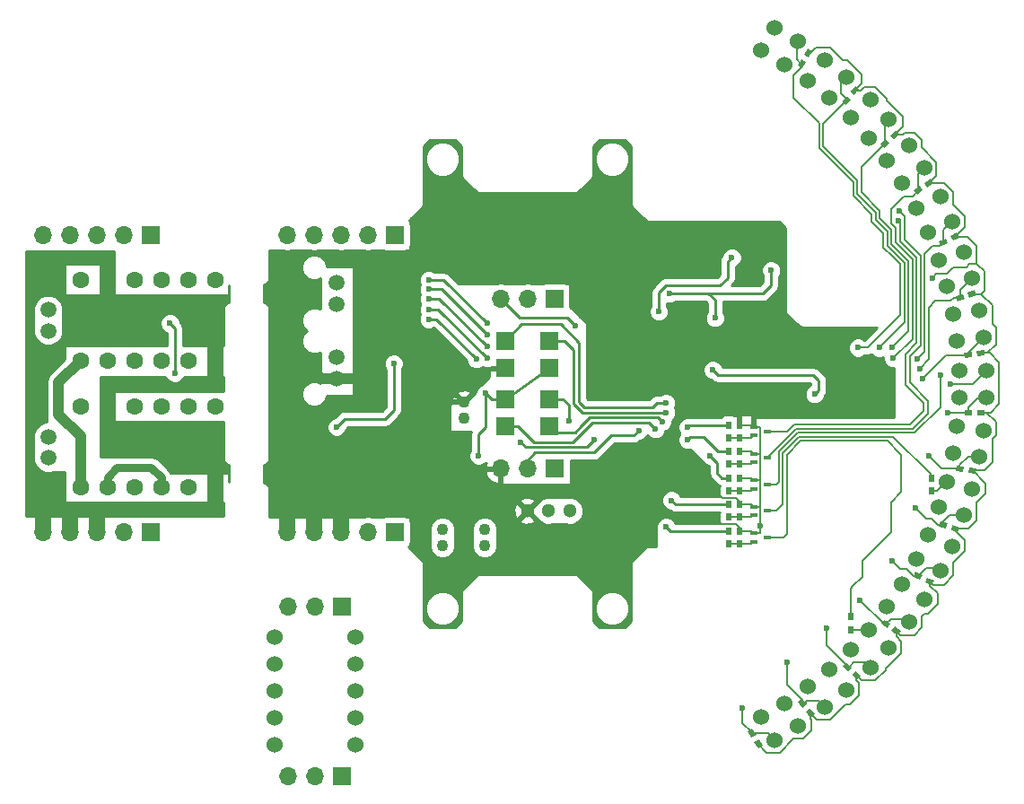
<source format=gbl>
G04 #@! TF.FileFunction,Copper,L2,Bot,Signal*
%FSLAX46Y46*%
G04 Gerber Fmt 4.6, Leading zero omitted, Abs format (unit mm)*
G04 Created by KiCad (PCBNEW 4.0.1-stable) date 2018/06/25 22:31:08*
%MOMM*%
G01*
G04 APERTURE LIST*
%ADD10C,0.100000*%
%ADD11C,1.500000*%
%ADD12R,0.500000X0.700000*%
%ADD13R,0.700000X0.500000*%
%ADD14C,1.524000*%
%ADD15R,1.800000X1.800000*%
%ADD16R,0.700000X0.420000*%
%ADD17R,1.700000X1.700000*%
%ADD18O,1.700000X1.700000*%
%ADD19C,1.600000*%
%ADD20C,1.100000*%
%ADD21C,1.300000*%
%ADD22C,0.600000*%
%ADD23C,0.250000*%
%ADD24C,0.200000*%
%ADD25C,1.500000*%
%ADD26C,1.000000*%
%ADD27C,0.500000*%
%ADD28C,0.800000*%
%ADD29C,0.254000*%
G04 APERTURE END LIST*
D10*
D11*
X68000000Y-81500000D03*
X68000000Y-79500000D03*
D12*
X105000000Y-92900000D03*
X105000000Y-94100000D03*
X105000000Y-97900000D03*
X105000000Y-99100000D03*
X106000000Y-96600000D03*
X106000000Y-95400000D03*
X106000000Y-99100000D03*
X106000000Y-97900000D03*
X106000000Y-94100000D03*
X106000000Y-92900000D03*
D10*
G36*
X119668484Y-66726130D02*
X119330689Y-66357491D01*
X119846784Y-65884578D01*
X120184579Y-66253217D01*
X119668484Y-66726130D01*
X119668484Y-66726130D01*
G37*
G36*
X120553216Y-65915422D02*
X120215421Y-65546783D01*
X120731516Y-65073870D01*
X121069311Y-65442509D01*
X120553216Y-65915422D01*
X120553216Y-65915422D01*
G37*
G36*
X116096432Y-62695619D02*
X115707859Y-62380959D01*
X116148384Y-61836957D01*
X116536957Y-62151617D01*
X116096432Y-62695619D01*
X116096432Y-62695619D01*
G37*
G36*
X116851616Y-61763043D02*
X116463043Y-61448383D01*
X116903568Y-60904381D01*
X117292141Y-61219041D01*
X116851616Y-61763043D01*
X116851616Y-61763043D01*
G37*
G36*
X111933246Y-59245432D02*
X111502431Y-58991663D01*
X111857708Y-58388522D01*
X112288523Y-58642291D01*
X111933246Y-59245432D01*
X111933246Y-59245432D01*
G37*
G36*
X112542292Y-58211478D02*
X112111477Y-57957709D01*
X112466754Y-57354568D01*
X112897569Y-57608337D01*
X112542292Y-58211478D01*
X112542292Y-58211478D01*
G37*
G36*
X126564603Y-81216829D02*
X126418417Y-80738677D01*
X127087831Y-80534017D01*
X127234017Y-81012169D01*
X126564603Y-81216829D01*
X126564603Y-81216829D01*
G37*
G36*
X127712169Y-80865983D02*
X127565983Y-80387831D01*
X128235397Y-80183171D01*
X128381583Y-80661323D01*
X127712169Y-80865983D01*
X127712169Y-80865983D01*
G37*
G36*
X125050172Y-76034632D02*
X124834916Y-75583340D01*
X125466726Y-75281982D01*
X125681982Y-75733274D01*
X125050172Y-76034632D01*
X125050172Y-76034632D01*
G37*
G36*
X126133274Y-75518018D02*
X125918018Y-75066726D01*
X126549828Y-74765368D01*
X126765084Y-75216660D01*
X126133274Y-75518018D01*
X126133274Y-75518018D01*
G37*
G36*
X122752212Y-71138493D02*
X122472616Y-70723974D01*
X123052942Y-70332539D01*
X123332538Y-70747058D01*
X122752212Y-71138493D01*
X122752212Y-71138493D01*
G37*
G36*
X123747058Y-70467461D02*
X123467462Y-70052942D01*
X124047788Y-69661507D01*
X124327384Y-70076026D01*
X123747058Y-70467461D01*
X123747058Y-70467461D01*
G37*
G36*
X126423482Y-97206835D02*
X126497387Y-96712327D01*
X127189698Y-96815793D01*
X127115793Y-97310301D01*
X126423482Y-97206835D01*
X126423482Y-97206835D01*
G37*
G36*
X127610302Y-97384207D02*
X127684207Y-96889699D01*
X128376518Y-96993165D01*
X128302613Y-97487673D01*
X127610302Y-97384207D01*
X127610302Y-97384207D01*
G37*
D13*
X127600000Y-91700000D03*
X128800000Y-91700000D03*
D10*
G36*
X127297387Y-86587673D02*
X127223482Y-86093165D01*
X127915793Y-85989699D01*
X127989698Y-86484207D01*
X127297387Y-86587673D01*
X127297387Y-86587673D01*
G37*
G36*
X128484207Y-86410301D02*
X128410302Y-85915793D01*
X129102613Y-85812327D01*
X129176518Y-86306835D01*
X128484207Y-86410301D01*
X128484207Y-86410301D01*
G37*
D12*
X105000000Y-95400000D03*
X105000000Y-96600000D03*
X105000000Y-100400000D03*
X105000000Y-101600000D03*
X105000000Y-102900000D03*
X105000000Y-104100000D03*
X106000000Y-101600000D03*
X106000000Y-100400000D03*
X106000000Y-104100000D03*
X106000000Y-102900000D03*
X124100000Y-97900000D03*
X124100000Y-99100000D03*
X116500000Y-111000000D03*
X116500000Y-112200000D03*
D10*
G36*
X119372616Y-111676026D02*
X119652212Y-111261507D01*
X120232538Y-111652942D01*
X119952942Y-112067461D01*
X119372616Y-111676026D01*
X119372616Y-111676026D01*
G37*
G36*
X120367462Y-112347058D02*
X120647058Y-111932539D01*
X121227384Y-112323974D01*
X120947788Y-112738493D01*
X120367462Y-112347058D01*
X120367462Y-112347058D01*
G37*
G36*
X122434916Y-107216660D02*
X122650172Y-106765368D01*
X123281982Y-107066726D01*
X123066726Y-107518018D01*
X122434916Y-107216660D01*
X122434916Y-107216660D01*
G37*
G36*
X123518018Y-107733274D02*
X123733274Y-107281982D01*
X124365084Y-107583340D01*
X124149828Y-108034632D01*
X123518018Y-107733274D01*
X123518018Y-107733274D01*
G37*
G36*
X124818417Y-102461323D02*
X124964603Y-101983171D01*
X125634017Y-102187831D01*
X125487831Y-102665983D01*
X124818417Y-102461323D01*
X124818417Y-102461323D01*
G37*
G36*
X125965983Y-102812169D02*
X126112169Y-102334017D01*
X126781583Y-102538677D01*
X126635397Y-103016829D01*
X125965983Y-102812169D01*
X125965983Y-102812169D01*
G37*
G36*
X106802431Y-121808337D02*
X107233246Y-121554568D01*
X107588523Y-122157709D01*
X107157708Y-122411478D01*
X106802431Y-121808337D01*
X106802431Y-121808337D01*
G37*
G36*
X107411477Y-122842291D02*
X107842292Y-122588522D01*
X108197569Y-123191663D01*
X107766754Y-123445432D01*
X107411477Y-122842291D01*
X107411477Y-122842291D01*
G37*
G36*
X111507859Y-119019041D02*
X111896432Y-118704381D01*
X112336957Y-119248383D01*
X111948384Y-119563043D01*
X111507859Y-119019041D01*
X111507859Y-119019041D01*
G37*
G36*
X112263043Y-119951617D02*
X112651616Y-119636957D01*
X113092141Y-120180959D01*
X112703568Y-120495619D01*
X112263043Y-119951617D01*
X112263043Y-119951617D01*
G37*
G36*
X115730689Y-115642509D02*
X116068484Y-115273870D01*
X116584579Y-115746783D01*
X116246784Y-116115422D01*
X115730689Y-115642509D01*
X115730689Y-115642509D01*
G37*
G36*
X116615421Y-116453217D02*
X116953216Y-116084578D01*
X117469311Y-116557491D01*
X117131516Y-116926130D01*
X116615421Y-116453217D01*
X116615421Y-116453217D01*
G37*
D14*
X120073203Y-64081505D03*
X118357204Y-62208820D03*
X118200518Y-65797504D03*
X116484519Y-63924819D03*
X116070666Y-60057861D03*
X114096716Y-58459387D03*
X114472192Y-62031811D03*
X112498242Y-60433337D03*
X111517362Y-56670026D03*
X109328824Y-55380878D03*
X110228214Y-58858564D03*
X108039676Y-57569416D03*
X127968695Y-79025442D03*
X127226071Y-76596428D03*
X125539681Y-79768066D03*
X124797057Y-77339052D03*
X126088288Y-73670623D03*
X124994790Y-71378057D03*
X123795722Y-74764121D03*
X122702224Y-72471555D03*
X123437043Y-68652566D03*
X122016693Y-66546810D03*
X121331287Y-70072916D03*
X119910937Y-67967160D03*
X128661519Y-95912716D03*
X129036955Y-93400616D03*
X126149419Y-95537280D03*
X126524855Y-93025180D03*
X129269600Y-90270000D03*
X129269600Y-87730000D03*
X126729600Y-90270000D03*
X126729600Y-87730000D03*
X129036955Y-84599384D03*
X128661519Y-82087284D03*
X126524855Y-84974820D03*
X126149419Y-82462720D03*
X122016693Y-111453370D03*
X123437043Y-109347614D03*
X119910937Y-110033020D03*
X121331287Y-107927264D03*
X124994790Y-106621943D03*
X126088288Y-104329377D03*
X122702224Y-105528445D03*
X123795722Y-103235879D03*
X127226071Y-101403572D03*
X127968695Y-98974558D03*
X124797057Y-100660948D03*
X125539681Y-98231934D03*
X109328824Y-122619122D03*
X111517362Y-121329974D03*
X108039676Y-120430584D03*
X110228214Y-119141436D03*
X114096716Y-119540613D03*
X116070666Y-117942139D03*
X112498242Y-117566663D03*
X114472192Y-115968189D03*
X118357204Y-115791180D03*
X120073203Y-113918495D03*
X116484519Y-114075181D03*
X118200518Y-112202496D03*
D15*
X88100000Y-90450000D03*
X83900000Y-90450000D03*
X88100000Y-84950000D03*
X83900000Y-84950000D03*
X83900000Y-93050000D03*
X88100000Y-93050000D03*
X83899600Y-87550000D03*
X88099600Y-87550000D03*
D16*
X108650000Y-93500000D03*
X107350000Y-93900000D03*
X107350000Y-93100000D03*
X108650000Y-96000000D03*
X107350000Y-96400000D03*
X107350000Y-95600000D03*
X108650000Y-98500000D03*
X107350000Y-98900000D03*
X107350000Y-98100000D03*
X108650000Y-101000000D03*
X107350000Y-101400000D03*
X107350000Y-100600000D03*
X108650000Y-103500000D03*
X107350000Y-103900000D03*
X107350000Y-103100000D03*
D17*
X73500000Y-75000000D03*
D18*
X70960000Y-75000000D03*
X68420000Y-75000000D03*
X65880000Y-75000000D03*
X63340000Y-75000000D03*
D17*
X50500000Y-75000000D03*
D18*
X47960000Y-75000000D03*
X45420000Y-75000000D03*
X42880000Y-75000000D03*
X40340000Y-75000000D03*
D17*
X50500000Y-103000000D03*
D18*
X47960000Y-103000000D03*
X45420000Y-103000000D03*
X42880000Y-103000000D03*
X40340000Y-103000000D03*
D17*
X73500000Y-103000000D03*
D18*
X70960000Y-103000000D03*
X68420000Y-103000000D03*
X65880000Y-103000000D03*
X63340000Y-103000000D03*
D19*
X43850000Y-98810000D03*
X46390000Y-98810000D03*
X48930000Y-98810000D03*
X51470000Y-98810000D03*
X54010000Y-98810000D03*
X56550000Y-98810000D03*
X56550000Y-91190000D03*
X54010000Y-91190000D03*
X51470000Y-91190000D03*
X48930000Y-91190000D03*
X46390000Y-91190000D03*
X43850000Y-91190000D03*
X43850000Y-86810000D03*
X46390000Y-86810000D03*
X48930000Y-86810000D03*
X51470000Y-86810000D03*
X54010000Y-86810000D03*
X56550000Y-86810000D03*
X56550000Y-79190000D03*
X54010000Y-79190000D03*
X51470000Y-79190000D03*
X48930000Y-79190000D03*
X46390000Y-79190000D03*
X43850000Y-79190000D03*
D14*
X69810000Y-118000000D03*
X69810000Y-120540000D03*
X69810000Y-123080000D03*
X69810000Y-115460000D03*
X69810000Y-112920000D03*
X62190000Y-112920000D03*
X62190000Y-115460000D03*
X62190000Y-118000000D03*
X62190000Y-120540000D03*
X62190000Y-123080000D03*
D20*
X78000000Y-104250000D03*
X78000000Y-102750000D03*
X82000000Y-104250000D03*
X82000000Y-102750000D03*
D11*
X68000000Y-88500000D03*
X68000000Y-86500000D03*
D17*
X88539600Y-81000000D03*
D18*
X85999600Y-81000000D03*
X83459600Y-81000000D03*
D17*
X68540000Y-110000000D03*
D18*
X66000000Y-110000000D03*
X63460000Y-110000000D03*
D17*
X68540000Y-126000000D03*
D18*
X66000000Y-126000000D03*
X63460000Y-126000000D03*
D17*
X88539600Y-97000000D03*
D18*
X85999600Y-97000000D03*
X83459600Y-97000000D03*
D11*
X40800000Y-84000000D03*
X40800000Y-82000000D03*
X40800000Y-96000000D03*
X40800000Y-94000000D03*
D21*
X90000000Y-101000000D03*
X88000000Y-101000000D03*
X86000000Y-101000000D03*
D20*
X80000000Y-92250000D03*
X80000000Y-90750000D03*
D22*
X113100000Y-90000000D03*
X103500000Y-87700000D03*
X103700000Y-82800000D03*
X81400000Y-95800000D03*
X109000000Y-78300000D03*
X125900000Y-89000000D03*
X99400000Y-80500000D03*
X76700000Y-82900000D03*
X82100000Y-89900000D03*
X81200000Y-86700000D03*
X102600000Y-89300000D03*
X103900000Y-90800000D03*
X98800000Y-87800000D03*
X100300000Y-88700000D03*
X101900000Y-87800000D03*
X93800000Y-98800000D03*
X94400000Y-82400000D03*
X86100000Y-104000000D03*
X87800000Y-105900000D03*
X89000000Y-104000000D03*
X77000000Y-107900000D03*
X79200000Y-107900000D03*
X84200000Y-105900000D03*
X77000000Y-106200000D03*
X79900000Y-106300000D03*
X92800000Y-108000000D03*
X95000000Y-108000000D03*
X95000000Y-106200000D03*
X91400000Y-105900000D03*
X91400000Y-102800000D03*
X83200000Y-100400000D03*
X80500000Y-100000000D03*
X80500000Y-101000000D03*
X84200000Y-102200000D03*
X108000000Y-102400000D03*
X103400000Y-99100000D03*
X77850000Y-93150000D03*
X77850000Y-91950000D03*
X77850000Y-90750000D03*
X80000000Y-89000000D03*
X67800000Y-98200000D03*
X69700000Y-97200000D03*
X67400000Y-101000000D03*
X63340000Y-101000000D03*
X69700000Y-99500000D03*
X71500000Y-101000000D03*
X71500000Y-97600000D03*
X71400000Y-91100000D03*
X68000000Y-91200000D03*
X84500000Y-72200000D03*
X84500000Y-75000000D03*
X84500000Y-73600000D03*
X85700000Y-72200000D03*
X85700000Y-73600000D03*
X90200000Y-75000000D03*
X90200000Y-72300000D03*
X85700000Y-75000000D03*
X87900000Y-72300000D03*
X95300000Y-80500000D03*
X124200000Y-79000000D03*
X89900000Y-92500000D03*
X120400000Y-85600000D03*
X119200000Y-85600000D03*
X117200000Y-85600000D03*
X123000000Y-87600000D03*
X122800000Y-86700000D03*
X120500000Y-86600000D03*
X125700000Y-91700000D03*
X123300000Y-88500000D03*
X117400000Y-109400000D03*
X106300000Y-119600000D03*
X110500000Y-115300000D03*
X99100000Y-91700000D03*
X99100000Y-90800000D03*
X98100000Y-93300000D03*
X98700000Y-92600000D03*
X121000000Y-73600000D03*
X121100000Y-72700000D03*
X125000000Y-88200000D03*
X68000000Y-93100000D03*
X73400000Y-87100000D03*
X98400000Y-82200000D03*
X105300000Y-77100000D03*
X96500000Y-93400000D03*
X90500000Y-83500000D03*
X101100000Y-94300000D03*
X101100000Y-93100000D03*
X103250000Y-95800000D03*
X99600000Y-100000000D03*
X99100000Y-102500000D03*
X114200000Y-112100000D03*
X76700000Y-79200000D03*
X82200000Y-83300000D03*
X76700000Y-80100000D03*
X82200000Y-84400000D03*
X82200000Y-85500000D03*
X76700000Y-81000000D03*
X76700000Y-82000000D03*
X82200000Y-86600000D03*
X52750000Y-88000000D03*
X52300000Y-83300000D03*
X85400000Y-94500000D03*
X92300000Y-94300000D03*
X49800000Y-94800000D03*
X50600000Y-93300000D03*
X56600000Y-94200000D03*
X54700000Y-95000000D03*
X48300000Y-93300000D03*
X52100000Y-94800000D03*
X56550000Y-96250000D03*
X39300000Y-88600000D03*
X39300000Y-97900000D03*
X41800000Y-97900000D03*
X42000000Y-100900000D03*
X39300000Y-100900000D03*
X39700000Y-92000000D03*
X39700000Y-90400000D03*
X40500000Y-99400000D03*
X123900000Y-95800000D03*
X120400000Y-105700000D03*
X122600000Y-100700000D03*
D23*
X104000000Y-88200000D02*
X103500000Y-87700000D01*
X104000000Y-88200000D02*
X113000000Y-88200000D01*
X113000000Y-88200000D02*
X113500000Y-88700000D01*
X113500000Y-88700000D02*
X113500000Y-89600000D01*
X113500000Y-89600000D02*
X113100000Y-90000000D01*
X103100000Y-80500000D02*
X103700000Y-81100000D01*
X103700000Y-81100000D02*
X103700000Y-82800000D01*
X82100000Y-89900000D02*
X82100000Y-93100000D01*
X81400000Y-93800000D02*
X81400000Y-95800000D01*
X82100000Y-93100000D02*
X81400000Y-93800000D01*
X103000000Y-80500000D02*
X103100000Y-80500000D01*
X103100000Y-80500000D02*
X108200000Y-80500000D01*
X109000000Y-79700000D02*
X109000000Y-78300000D01*
X108200000Y-80500000D02*
X109000000Y-79700000D01*
D24*
X128000000Y-89000000D02*
X125900000Y-89000000D01*
X128000000Y-89000000D02*
X129269600Y-87730400D01*
X129269600Y-87730000D02*
X129269600Y-87730400D01*
D23*
X103000000Y-80500000D02*
X99400000Y-80500000D01*
X83900000Y-90450000D02*
X88099600Y-87550000D01*
X77400000Y-82900000D02*
X81200000Y-86700000D01*
X77400000Y-82900000D02*
X76700000Y-82900000D01*
X82650000Y-90450000D02*
X83900000Y-90450000D01*
X82100000Y-89900000D02*
X82650000Y-90450000D01*
X101000000Y-88700000D02*
X100300000Y-88700000D01*
X101900000Y-87800000D02*
X101000000Y-88700000D01*
X89100000Y-105900000D02*
X86100000Y-104000000D01*
X91400000Y-105900000D02*
X89100000Y-105900000D01*
X87800000Y-104700000D02*
X87800000Y-105900000D01*
X89000000Y-104000000D02*
X87800000Y-104700000D01*
X79200000Y-107900000D02*
X79200000Y-107000000D01*
X77000000Y-107900000D02*
X79200000Y-107900000D01*
X84200000Y-105900000D02*
X77300000Y-105900000D01*
X91400000Y-105900000D02*
X84200000Y-105900000D01*
X77300000Y-105900000D02*
X77000000Y-106200000D01*
X79200000Y-107000000D02*
X79900000Y-106300000D01*
X95000000Y-106200000D02*
X95000000Y-108000000D01*
X91400000Y-102800000D02*
X91400000Y-105900000D01*
X84200000Y-102200000D02*
X83200000Y-100400000D01*
X80500000Y-101000000D02*
X80500000Y-100000000D01*
X85100000Y-100000000D02*
X80500000Y-100000000D01*
X85100000Y-100000000D02*
X86000000Y-100900000D01*
X86000000Y-101000000D02*
X86000000Y-100900000D01*
D24*
X108000000Y-102400000D02*
X108000000Y-103100000D01*
D23*
X77850000Y-93150000D02*
X77850000Y-91950000D01*
X71500000Y-101000000D02*
X67400000Y-101000000D01*
X67400000Y-101000000D02*
X63340000Y-101000000D01*
X71500000Y-101000000D02*
X71200000Y-101000000D01*
X71200000Y-101000000D02*
X69700000Y-99500000D01*
X68000000Y-91200000D02*
X68000000Y-90800000D01*
X68000000Y-90800000D02*
X68000000Y-91200000D01*
X90200000Y-72300000D02*
X90200000Y-75000000D01*
X87900000Y-72300000D02*
X90200000Y-72300000D01*
X85700000Y-72200000D02*
X87900000Y-72300000D01*
X85700000Y-73600000D02*
X85700000Y-75000000D01*
D25*
X68000000Y-91200000D02*
X68000000Y-90800000D01*
D26*
X68000000Y-88500000D02*
X70400000Y-88500000D01*
X68000000Y-88500000D02*
X66600000Y-88500000D01*
X66600000Y-88500000D02*
X65500000Y-87400000D01*
D27*
X80000000Y-90750000D02*
X78550000Y-90750000D01*
X78550000Y-90750000D02*
X78500000Y-90700000D01*
D25*
X68420000Y-103000000D02*
X68420000Y-100580000D01*
X68420000Y-100580000D02*
X68500000Y-100500000D01*
X65880000Y-103000000D02*
X65880000Y-100620000D01*
X65880000Y-100620000D02*
X66000000Y-100500000D01*
X63340000Y-103000000D02*
X63340000Y-100510000D01*
X63340000Y-100510000D02*
X63350000Y-100500000D01*
D24*
X106000000Y-102900000D02*
X106000000Y-102600000D01*
X106000000Y-102600000D02*
X105650000Y-102250000D01*
X104100000Y-102250000D02*
X103600000Y-101750000D01*
X105650000Y-102250000D02*
X104100000Y-102250000D01*
X106000000Y-100100000D02*
X105650000Y-99750000D01*
X104450000Y-99750000D02*
X103850000Y-99150000D01*
X105650000Y-99750000D02*
X104450000Y-99750000D01*
X127700000Y-77700000D02*
X127400000Y-78000000D01*
X127400000Y-78000000D02*
X126200000Y-78000000D01*
X126200000Y-78000000D02*
X125600000Y-78600000D01*
X125600000Y-78600000D02*
X124600000Y-78600000D01*
X124600000Y-78600000D02*
X124200000Y-79000000D01*
X128400000Y-77700000D02*
X127700000Y-77700000D01*
D23*
X89900000Y-91000000D02*
X89900000Y-92500000D01*
X89350000Y-90450000D02*
X89900000Y-91000000D01*
X88100000Y-90450000D02*
X89350000Y-90450000D01*
D24*
X108587546Y-123800000D02*
X107804523Y-123016977D01*
X109800000Y-123800000D02*
X108587546Y-123800000D01*
X111100000Y-122500000D02*
X109800000Y-123800000D01*
X112000000Y-122500000D02*
X111100000Y-122500000D01*
X112800000Y-121700000D02*
X112000000Y-122500000D01*
X112800000Y-120700000D02*
X112800000Y-121700000D01*
X112677592Y-120577592D02*
X112800000Y-120700000D01*
X112677592Y-120066288D02*
X112677592Y-120577592D01*
X113311304Y-120700000D02*
X112677592Y-120066288D01*
X114600000Y-120700000D02*
X113311304Y-120700000D01*
X116000000Y-119300000D02*
X114600000Y-120700000D01*
X116400000Y-119300000D02*
X116000000Y-119300000D01*
X117300000Y-118400000D02*
X116400000Y-119300000D01*
X117300000Y-117200000D02*
X117300000Y-118400000D01*
X117042366Y-116942366D02*
X117300000Y-117200000D01*
X117042366Y-116505354D02*
X117042366Y-116942366D01*
X120797423Y-112335516D02*
X120797423Y-112797423D01*
X117537012Y-117000000D02*
X117042366Y-116505354D01*
X118800000Y-117000000D02*
X117537012Y-117000000D01*
X119800000Y-116000000D02*
X118800000Y-117000000D01*
X119800000Y-115900000D02*
X119800000Y-116000000D01*
X121300000Y-114400000D02*
X119800000Y-115900000D01*
X121300000Y-114300000D02*
X121300000Y-114400000D01*
X121300000Y-113300000D02*
X121300000Y-114300000D01*
X120797423Y-112797423D02*
X121300000Y-113300000D01*
X123941551Y-107658307D02*
X123941551Y-108041551D01*
X121161907Y-112700000D02*
X120797423Y-112335516D01*
X122500000Y-112700000D02*
X121161907Y-112700000D01*
X123200000Y-112000000D02*
X122500000Y-112700000D01*
X123200000Y-111000000D02*
X123200000Y-112000000D01*
X123500000Y-110700000D02*
X123200000Y-111000000D01*
X123800000Y-110700000D02*
X123500000Y-110700000D01*
X124700000Y-109800000D02*
X123800000Y-110700000D01*
X124700000Y-108800000D02*
X124700000Y-109800000D01*
X123941551Y-108041551D02*
X124700000Y-108800000D01*
X126373783Y-102675423D02*
X126373783Y-102873783D01*
X126373783Y-102873783D02*
X127300000Y-103800000D01*
X124283244Y-108000000D02*
X123941551Y-107658307D01*
X125300000Y-108000000D02*
X124283244Y-108000000D01*
X126200000Y-107100000D02*
X125300000Y-108000000D01*
X126200000Y-105900000D02*
X126200000Y-107100000D01*
X127300000Y-104800000D02*
X126200000Y-105900000D01*
X127300000Y-103800000D02*
X127300000Y-104800000D01*
X127993410Y-97188686D02*
X127993410Y-97193410D01*
X127993410Y-97193410D02*
X129200000Y-98400000D01*
X127624577Y-102675423D02*
X126373783Y-102675423D01*
X128400000Y-101900000D02*
X127624577Y-102675423D01*
X128400000Y-100200000D02*
X128400000Y-101900000D01*
X129200000Y-99400000D02*
X128400000Y-100200000D01*
X129200000Y-98400000D02*
X129200000Y-99400000D01*
X128800000Y-91700000D02*
X129300000Y-91700000D01*
X129111314Y-97188686D02*
X127993410Y-97188686D01*
X129900000Y-96400000D02*
X129111314Y-97188686D01*
X129900000Y-94200000D02*
X129900000Y-96400000D01*
X130200000Y-93900000D02*
X129900000Y-94200000D01*
X130200000Y-92600000D02*
X130200000Y-93900000D01*
X129300000Y-91700000D02*
X130200000Y-92600000D01*
X128793410Y-86111314D02*
X129611314Y-86111314D01*
X129700000Y-91700000D02*
X128800000Y-91700000D01*
X130500000Y-90900000D02*
X129700000Y-91700000D01*
X130500000Y-87000000D02*
X130500000Y-90900000D01*
X129611314Y-86111314D02*
X130500000Y-87000000D01*
X127973783Y-80524577D02*
X128824577Y-80524577D01*
X129388686Y-86111314D02*
X128793410Y-86111314D01*
X130200000Y-85300000D02*
X129388686Y-86111314D01*
X130200000Y-83700000D02*
X130200000Y-85300000D01*
X129900000Y-83400000D02*
X130200000Y-83700000D01*
X129900000Y-83100000D02*
X129900000Y-83400000D01*
X129900000Y-81600000D02*
X129900000Y-83100000D01*
X128824577Y-80524577D02*
X129900000Y-81600000D01*
X123897423Y-70064484D02*
X125364484Y-70064484D01*
X127300000Y-74183244D02*
X126341551Y-75141693D01*
X127300000Y-73200000D02*
X127300000Y-74183244D01*
X126200000Y-72100000D02*
X127300000Y-73200000D01*
X126200000Y-70900000D02*
X126200000Y-72100000D01*
X125364484Y-70064484D02*
X126200000Y-70900000D01*
X120642366Y-65494646D02*
X121405354Y-65494646D01*
X124600000Y-69361907D02*
X123897423Y-70064484D01*
X124600000Y-68100000D02*
X124600000Y-69361907D01*
X123200000Y-66700000D02*
X124600000Y-68100000D01*
X123200000Y-66000000D02*
X123200000Y-66700000D01*
X122500000Y-65300000D02*
X123200000Y-66000000D01*
X121600000Y-65300000D02*
X122500000Y-65300000D01*
X121405354Y-65494646D02*
X121600000Y-65300000D01*
X116877592Y-61333712D02*
X117466288Y-61333712D01*
X121400000Y-64737012D02*
X120642366Y-65494646D01*
X121400000Y-63800000D02*
X121400000Y-64737012D01*
X119900000Y-62300000D02*
X121400000Y-63800000D01*
X119900000Y-62100000D02*
X119900000Y-62300000D01*
X118800000Y-61000000D02*
X119900000Y-62100000D01*
X117800000Y-61000000D02*
X118800000Y-61000000D01*
X117466288Y-61333712D02*
X117800000Y-61000000D01*
X112504523Y-57783023D02*
X112716977Y-57783023D01*
X112716977Y-57783023D02*
X113200000Y-57300000D01*
X113200000Y-57300000D02*
X114600000Y-57300000D01*
X114600000Y-57300000D02*
X115800000Y-58500000D01*
X115800000Y-58500000D02*
X116200000Y-58500000D01*
X116200000Y-58500000D02*
X117500000Y-59800000D01*
X117500000Y-59800000D02*
X117500000Y-60711304D01*
X117500000Y-60711304D02*
X116877592Y-61333712D01*
X129100000Y-79800000D02*
X129100000Y-80200000D01*
X129100000Y-80200000D02*
X128775423Y-80524577D01*
X128775423Y-80524577D02*
X127973783Y-80524577D01*
X128500000Y-77800000D02*
X129100000Y-78400000D01*
X129100000Y-78400000D02*
X129100000Y-79800000D01*
X128400000Y-77700000D02*
X128500000Y-77800000D01*
X126341551Y-75141693D02*
X127541693Y-75141693D01*
X128400000Y-76000000D02*
X128400000Y-77700000D01*
X127541693Y-75141693D02*
X128400000Y-76000000D01*
X108000000Y-94600000D02*
X108000000Y-95600000D01*
X107350000Y-93100000D02*
X108000000Y-93100000D01*
X108000000Y-93100000D02*
X108000000Y-94600000D01*
X108000000Y-95600000D02*
X108000000Y-98100000D01*
X108000000Y-100600000D02*
X108000000Y-98100000D01*
X106000000Y-100400000D02*
X106000000Y-100100000D01*
X107350000Y-95600000D02*
X108000000Y-95600000D01*
X107350000Y-98100000D02*
X108000000Y-98100000D01*
X107350000Y-100600000D02*
X108000000Y-100600000D01*
X108000000Y-103100000D02*
X107350000Y-103100000D01*
X108000000Y-100600000D02*
X108000000Y-102400000D01*
X106000000Y-92900000D02*
X107150000Y-92900000D01*
X107150000Y-92900000D02*
X107350000Y-93100000D01*
X106000000Y-95400000D02*
X107150000Y-95400000D01*
X107150000Y-95400000D02*
X107350000Y-95600000D01*
X106000000Y-97900000D02*
X106900000Y-97900000D01*
X106900000Y-97900000D02*
X107150000Y-97900000D01*
X107150000Y-97900000D02*
X107350000Y-98100000D01*
X106000000Y-100400000D02*
X107150000Y-100400000D01*
X107150000Y-100400000D02*
X107350000Y-100600000D01*
X106000000Y-102900000D02*
X107150000Y-102900000D01*
X107150000Y-102900000D02*
X107350000Y-103100000D01*
X121959994Y-84040006D02*
X120400000Y-85600000D01*
X121959994Y-77409610D02*
X121959994Y-84040006D01*
X120360004Y-75809620D02*
X120360004Y-75300000D01*
X120360004Y-75809620D02*
X121279992Y-76729608D01*
X121959994Y-77409610D02*
X121279992Y-76729608D01*
X120360004Y-75300000D02*
X120360004Y-74485196D01*
X117500000Y-70925192D02*
X119260004Y-72685196D01*
X117500000Y-70612212D02*
X117500000Y-68562988D01*
X117500000Y-68562988D02*
X119757634Y-66305354D01*
X117500000Y-70612212D02*
X117500000Y-70925192D01*
X119260004Y-73385196D02*
X119260004Y-72685196D01*
X120360004Y-74485196D02*
X119260004Y-73385196D01*
X120360004Y-75285196D02*
X120360004Y-75300000D01*
X119757634Y-66305354D02*
X119757634Y-64397074D01*
X119757634Y-64397074D02*
X120073203Y-64081505D01*
X121579992Y-83200000D02*
X121579992Y-83220008D01*
X121579992Y-83220008D02*
X119200000Y-85600000D01*
X119980002Y-75442598D02*
X119980002Y-74642598D01*
X117119998Y-71082594D02*
X118880002Y-72842598D01*
X119980002Y-75442598D02*
X119980002Y-75967022D01*
X119980002Y-75967022D02*
X120899990Y-76887010D01*
X117119998Y-69800000D02*
X117119998Y-69794806D01*
X117119998Y-69794806D02*
X113900000Y-66574808D01*
X116122408Y-62266288D02*
X113900000Y-64488696D01*
X113900000Y-66574808D02*
X113900000Y-64488696D01*
X121579992Y-77567012D02*
X120899990Y-76887010D01*
X117119998Y-70769614D02*
X117119998Y-69800000D01*
X117119998Y-70769614D02*
X117119998Y-71082594D01*
X118880002Y-73542598D02*
X118880002Y-72842598D01*
X119980002Y-74642598D02*
X118880002Y-73542598D01*
X121579992Y-77567012D02*
X121579992Y-83200000D01*
X116122408Y-62266288D02*
X116122408Y-62122408D01*
X116122408Y-62122408D02*
X115600000Y-61600000D01*
X115600000Y-61600000D02*
X115600000Y-60528527D01*
X115600000Y-60528527D02*
X116070666Y-60057861D01*
X121199990Y-82500000D02*
X121199990Y-82500010D01*
X121199990Y-82500010D02*
X118100000Y-85600000D01*
X118100000Y-85600000D02*
X117200000Y-85600000D01*
X118500000Y-73700000D02*
X119600000Y-74800000D01*
X119600000Y-74800000D02*
X119600000Y-75600000D01*
X116739996Y-70927016D02*
X116739996Y-71239996D01*
X113519998Y-64419998D02*
X111100000Y-62000000D01*
X111100000Y-62000000D02*
X111100000Y-59900000D01*
X111895477Y-59104523D02*
X111100000Y-59900000D01*
X121199990Y-77724414D02*
X120519988Y-77044412D01*
X116739996Y-70927016D02*
X116739996Y-69952208D01*
X116739996Y-69952208D02*
X113519998Y-66732210D01*
X113519998Y-66732210D02*
X113519998Y-65719998D01*
X113519998Y-65719998D02*
X113519998Y-64419998D01*
X119600000Y-76124424D02*
X120519988Y-77044412D01*
X119600000Y-75600000D02*
X119600000Y-76124424D01*
X116739996Y-71239996D02*
X118500000Y-73000000D01*
X118500000Y-73000000D02*
X118500000Y-73700000D01*
X121199990Y-77724414D02*
X121199990Y-82500000D01*
X111895477Y-58816977D02*
X111816977Y-58816977D01*
X111816977Y-58816977D02*
X111400000Y-58400000D01*
X111400000Y-58400000D02*
X111400000Y-56787388D01*
X111400000Y-56787388D02*
X111517362Y-56670026D01*
X111895477Y-59104523D02*
X111895477Y-58816977D01*
X126224577Y-80875423D02*
X126826217Y-80875423D01*
X123900000Y-86700000D02*
X123000000Y-87600000D01*
X123900000Y-81800000D02*
X123900000Y-86700000D01*
X124500000Y-81200000D02*
X123900000Y-81800000D01*
X125900000Y-81200000D02*
X124500000Y-81200000D01*
X126224577Y-80875423D02*
X125900000Y-81200000D01*
X126826217Y-80875423D02*
X126826217Y-80167920D01*
X126826217Y-80167920D02*
X127968695Y-79025442D01*
X123480002Y-86019998D02*
X122800000Y-86700000D01*
X124916756Y-76000000D02*
X125258449Y-75658307D01*
X124200000Y-76000000D02*
X124916756Y-76000000D01*
X123480002Y-76719998D02*
X124200000Y-76000000D01*
X123480002Y-76719998D02*
X123480002Y-86019998D01*
X125258449Y-75658307D02*
X125258449Y-74500462D01*
X125258449Y-74500462D02*
X126088288Y-73670623D01*
X122339996Y-77252208D02*
X122339996Y-84760004D01*
X120743894Y-74331682D02*
X120300000Y-73887788D01*
X120300000Y-73887788D02*
X120300000Y-72500000D01*
X120300000Y-72500000D02*
X121500000Y-71300000D01*
X121500000Y-71300000D02*
X122338093Y-71300000D01*
X122338093Y-71300000D02*
X122902577Y-70735516D01*
X121659994Y-76572206D02*
X120743894Y-75656106D01*
X122339996Y-77252208D02*
X121659994Y-76572206D01*
X120743894Y-75656106D02*
X120743894Y-75131682D01*
X120743894Y-75131682D02*
X120743894Y-74331682D01*
X122339996Y-84760004D02*
X120500000Y-86600000D01*
X122902577Y-70735516D02*
X122902577Y-69187032D01*
X122902577Y-69187032D02*
X123437043Y-68652566D01*
X125700000Y-91700000D02*
X127600000Y-91700000D01*
X127600000Y-91700000D02*
X127600000Y-91200000D01*
X127600000Y-91200000D02*
X128530000Y-90270000D01*
X128530000Y-90270000D02*
X129269600Y-90270000D01*
X125511314Y-86288686D02*
X123300000Y-88500000D01*
X125511314Y-86288686D02*
X127606590Y-86288686D01*
X127606590Y-86288686D02*
X127606590Y-86029749D01*
X127606590Y-86029749D02*
X129036955Y-84599384D01*
X127595276Y-86300000D02*
X127606590Y-86288686D01*
X119664484Y-111664484D02*
X117400000Y-109400000D01*
X119802577Y-111664484D02*
X119835516Y-111664484D01*
X119835516Y-111664484D02*
X120300000Y-111200000D01*
X120300000Y-111200000D02*
X121763323Y-111200000D01*
X121763323Y-111200000D02*
X122016693Y-111453370D01*
X119664484Y-111664484D02*
X119802577Y-111664484D01*
X106300000Y-119600000D02*
X106300000Y-120800000D01*
X106300000Y-120800000D02*
X106300000Y-121000000D01*
X107195477Y-121895477D02*
X106300000Y-121000000D01*
X107195477Y-121983023D02*
X108692725Y-121983023D01*
X108692725Y-121983023D02*
X109328824Y-122619122D01*
X107195477Y-121895477D02*
X107195477Y-121983023D01*
X110500000Y-115300000D02*
X110500000Y-117100000D01*
X110500000Y-117100000D02*
X110500000Y-117400000D01*
X111922408Y-118822408D02*
X110500000Y-117400000D01*
X111922408Y-119133712D02*
X112166288Y-119133712D01*
X112166288Y-119133712D02*
X112400000Y-118900000D01*
X113456103Y-118900000D02*
X114096716Y-119540613D01*
X112400000Y-118900000D02*
X113456103Y-118900000D01*
X111922408Y-118822408D02*
X111922408Y-119133712D01*
D23*
X88100000Y-84950000D02*
X89550000Y-84950000D01*
X91200000Y-91700000D02*
X99100000Y-91700000D01*
X90400000Y-90900000D02*
X91200000Y-91700000D01*
X90400000Y-85800000D02*
X90400000Y-90900000D01*
X89550000Y-84950000D02*
X90400000Y-85800000D01*
X99100000Y-90800000D02*
X98200000Y-90800000D01*
X91400000Y-91200000D02*
X90900000Y-90700000D01*
X90900000Y-90700000D02*
X90900000Y-85100000D01*
X90900000Y-85100000D02*
X89200000Y-83400000D01*
X89200000Y-83400000D02*
X85450000Y-83400000D01*
X83900000Y-84950000D02*
X85450000Y-83400000D01*
X97800000Y-91200000D02*
X91400000Y-91200000D01*
X98200000Y-90800000D02*
X97800000Y-91200000D01*
X85150000Y-93050000D02*
X83900000Y-93050000D01*
X86600000Y-94500000D02*
X85150000Y-93050000D01*
X90300000Y-94500000D02*
X86600000Y-94500000D01*
X92100000Y-92700000D02*
X90300000Y-94500000D01*
X97500000Y-92700000D02*
X92100000Y-92700000D01*
X98100000Y-93300000D02*
X97500000Y-92700000D01*
X91050000Y-93050000D02*
X90500000Y-93600000D01*
X98700000Y-92600000D02*
X98300000Y-92200000D01*
X98300000Y-92200000D02*
X91900000Y-92200000D01*
X91900000Y-92200000D02*
X91050000Y-93050000D01*
X90500000Y-93600000D02*
X88650000Y-93600000D01*
X88650000Y-93600000D02*
X88100000Y-93050000D01*
D26*
X43850000Y-98810000D02*
X43850000Y-93950000D01*
X41800000Y-88860000D02*
X43850000Y-86810000D01*
X41800000Y-91900000D02*
X41800000Y-88860000D01*
X43850000Y-93950000D02*
X41800000Y-91900000D01*
D24*
X106000000Y-94100000D02*
X107150000Y-94100000D01*
X107150000Y-94100000D02*
X107350000Y-93900000D01*
X105000000Y-94100000D02*
X106000000Y-94100000D01*
X122719998Y-85180002D02*
X122719998Y-77094806D01*
X123400000Y-91600000D02*
X123400000Y-90800000D01*
X123400000Y-90800000D02*
X121700000Y-89100000D01*
X121700000Y-89100000D02*
X121700000Y-86200000D01*
X121700000Y-86200000D02*
X122719998Y-85180002D01*
X111170392Y-92879992D02*
X122120008Y-92879992D01*
X121162596Y-73762596D02*
X121000000Y-73600000D01*
X122039996Y-76414804D02*
X121162596Y-75537404D01*
X110550384Y-93500000D02*
X111170392Y-92879992D01*
X122719998Y-77094806D02*
X122039996Y-76414804D01*
X108650000Y-93500000D02*
X110550384Y-93500000D01*
X121162596Y-75537404D02*
X121162596Y-73762596D01*
X122120008Y-92879992D02*
X123400000Y-91600000D01*
X108650000Y-93500000D02*
X108720008Y-93500000D01*
X106000000Y-96600000D02*
X107150000Y-96600000D01*
X107150000Y-96600000D02*
X107350000Y-96400000D01*
X105000000Y-96600000D02*
X106000000Y-96600000D01*
X123800000Y-91800000D02*
X123800000Y-90600000D01*
X123800000Y-91800000D02*
X122340006Y-93259994D01*
X122340006Y-93259994D02*
X111327794Y-93259994D01*
X121581298Y-73181298D02*
X121100000Y-72700000D01*
X111327794Y-93259994D02*
X108650000Y-95937788D01*
X121581298Y-75418702D02*
X121581298Y-73181298D01*
X123100000Y-76937404D02*
X121581298Y-75418702D01*
X123100000Y-85400000D02*
X123100000Y-76937404D01*
X122100000Y-86400000D02*
X123100000Y-85400000D01*
X122100000Y-88900000D02*
X122100000Y-86400000D01*
X123800000Y-90600000D02*
X122100000Y-88900000D01*
X108650000Y-96000000D02*
X108650000Y-95937788D01*
X106000000Y-99100000D02*
X107150000Y-99100000D01*
X107150000Y-99100000D02*
X107350000Y-98900000D01*
X105000000Y-99100000D02*
X106000000Y-99100000D01*
X122560004Y-93639996D02*
X125000000Y-91200000D01*
X109739996Y-98000000D02*
X109739996Y-98260004D01*
X109739996Y-98000000D02*
X109739996Y-95385196D01*
X109739996Y-95385196D02*
X111485196Y-93639996D01*
X109500000Y-98500000D02*
X108650000Y-98500000D01*
X109739996Y-98260004D02*
X109500000Y-98500000D01*
X111485196Y-93639996D02*
X122560004Y-93639996D01*
X125000000Y-88200000D02*
X125000000Y-91200000D01*
X106000000Y-101600000D02*
X107150000Y-101600000D01*
X107150000Y-101600000D02*
X107350000Y-101400000D01*
X105000000Y-101600000D02*
X106000000Y-101600000D01*
X124100000Y-97900000D02*
X124100000Y-97600000D01*
X124100000Y-97600000D02*
X120519998Y-94019998D01*
X120519998Y-94019998D02*
X120157402Y-94019998D01*
X108650000Y-101000000D02*
X109519998Y-101000000D01*
X109519998Y-101000000D02*
X110119998Y-100400000D01*
X110119998Y-100400000D02*
X110119998Y-95542598D01*
X110119998Y-95542598D02*
X111642598Y-94019998D01*
X111642598Y-94019998D02*
X120157402Y-94019998D01*
X105000000Y-104100000D02*
X106000000Y-104100000D01*
X106000000Y-104100000D02*
X107150000Y-104100000D01*
X107150000Y-104100000D02*
X107350000Y-103900000D01*
X116500000Y-111000000D02*
X116500000Y-108300000D01*
X117600000Y-107200000D02*
X116700000Y-108100000D01*
X110200000Y-103500000D02*
X108650000Y-103500000D01*
X117600000Y-105700000D02*
X117600000Y-106600000D01*
X120300000Y-103000000D02*
X117600000Y-105700000D01*
X120300000Y-100200000D02*
X120300000Y-103000000D01*
X121300000Y-99200000D02*
X120300000Y-100200000D01*
X121300000Y-95700000D02*
X121300000Y-99200000D01*
X121200000Y-95600000D02*
X121300000Y-95700000D01*
X120000000Y-94400000D02*
X121200000Y-95600000D01*
X111800000Y-94400000D02*
X120000000Y-94400000D01*
X110500000Y-95700000D02*
X111800000Y-94400000D01*
X110500000Y-103200000D02*
X110500000Y-95700000D01*
X110200000Y-103500000D02*
X110500000Y-103200000D01*
X117600000Y-106600000D02*
X117600000Y-107200000D01*
X116500000Y-108300000D02*
X116700000Y-108100000D01*
D23*
X68800000Y-92300000D02*
X68000000Y-93100000D01*
X72600000Y-92300000D02*
X68800000Y-92300000D01*
X73400000Y-91500000D02*
X72600000Y-92300000D01*
X73400000Y-90300000D02*
X73400000Y-91500000D01*
X73400000Y-87100000D02*
X73400000Y-90300000D01*
X98400000Y-80400000D02*
X98400000Y-82200000D01*
X99100000Y-79700000D02*
X98400000Y-80400000D01*
X104200000Y-79700000D02*
X99100000Y-79700000D01*
X104900000Y-79000000D02*
X104200000Y-79700000D01*
X104900000Y-77500000D02*
X104900000Y-79000000D01*
X105300000Y-77100000D02*
X104900000Y-77500000D01*
X86700000Y-95500000D02*
X85999600Y-96200400D01*
X92300000Y-95500000D02*
X86700000Y-95500000D01*
X93900000Y-93900000D02*
X92300000Y-95500000D01*
X96000000Y-93900000D02*
X93900000Y-93900000D01*
X96500000Y-93400000D02*
X96000000Y-93900000D01*
X85999600Y-96200400D02*
X85999600Y-97000000D01*
X85259600Y-82800000D02*
X83459600Y-81000000D01*
X89800000Y-82800000D02*
X85259600Y-82800000D01*
X90500000Y-83500000D02*
X89800000Y-82800000D01*
X104000000Y-95400000D02*
X105000000Y-95400000D01*
X102600000Y-94000000D02*
X104000000Y-95400000D01*
X101400000Y-94000000D02*
X102600000Y-94000000D01*
X101100000Y-94300000D02*
X101400000Y-94000000D01*
X101300000Y-92900000D02*
X105000000Y-92900000D01*
X101100000Y-93100000D02*
X101300000Y-92900000D01*
X104350000Y-97900000D02*
X105000000Y-97900000D01*
X103900000Y-97450000D02*
X104350000Y-97900000D01*
X103900000Y-96450000D02*
X103900000Y-97450000D01*
X103250000Y-95800000D02*
X103900000Y-96450000D01*
X100000000Y-100400000D02*
X105000000Y-100400000D01*
X99600000Y-100000000D02*
X100000000Y-100400000D01*
X99500000Y-102900000D02*
X105000000Y-102900000D01*
X99100000Y-102500000D02*
X99500000Y-102900000D01*
D24*
X124100000Y-99100000D02*
X124671615Y-99100000D01*
X124671615Y-99100000D02*
X125539681Y-98231934D01*
X116500000Y-112200000D02*
X118198022Y-112200000D01*
X118198022Y-112200000D02*
X118200518Y-112202496D01*
X114200000Y-112100000D02*
X114200000Y-113500000D01*
X114200000Y-113500000D02*
X114200000Y-113700000D01*
X116157634Y-115657634D02*
X114200000Y-113700000D01*
X116157634Y-115694646D02*
X116405354Y-115694646D01*
X116405354Y-115694646D02*
X116800000Y-115300000D01*
X116800000Y-115300000D02*
X117866024Y-115300000D01*
X117866024Y-115300000D02*
X118357204Y-115791180D01*
X116157634Y-115657634D02*
X116157634Y-115694646D01*
X124936153Y-100100000D02*
X125009183Y-100026970D01*
X124936153Y-100100000D02*
X125009183Y-100026970D01*
D23*
X78100000Y-79200000D02*
X76700000Y-79200000D01*
X82200000Y-83300000D02*
X78100000Y-79200000D01*
X77900000Y-80100000D02*
X76700000Y-80100000D01*
X82200000Y-84400000D02*
X77900000Y-80100000D01*
X82200000Y-85500000D02*
X77700000Y-81000000D01*
X77700000Y-81000000D02*
X76700000Y-81000000D01*
X77600000Y-82000000D02*
X76700000Y-82000000D01*
X82200000Y-86600000D02*
X77600000Y-82000000D01*
X52750000Y-83750000D02*
X52750000Y-88000000D01*
X52300000Y-83300000D02*
X52750000Y-83750000D01*
D28*
X46390000Y-98810000D02*
X46390000Y-97810000D01*
X51470000Y-97870000D02*
X51470000Y-98810000D01*
X50500000Y-96900000D02*
X51470000Y-97870000D01*
X47300000Y-96900000D02*
X50500000Y-96900000D01*
X46390000Y-97810000D02*
X47300000Y-96900000D01*
D23*
X85900000Y-95000000D02*
X85400000Y-94500000D01*
X91600000Y-95000000D02*
X85900000Y-95000000D01*
X92300000Y-94300000D02*
X91600000Y-95000000D01*
D25*
X40340000Y-103000000D02*
X40340000Y-100640000D01*
D23*
X56550000Y-96250000D02*
X56550000Y-96300000D01*
X56550000Y-96300000D02*
X56600000Y-96300000D01*
X56600000Y-96300000D02*
X56550000Y-96300000D01*
X40340000Y-100640000D02*
X40080000Y-100900000D01*
X40080000Y-100900000D02*
X39300000Y-100900000D01*
D25*
X56550000Y-98810000D02*
X56550000Y-100750000D01*
X56550000Y-86810000D02*
X56550000Y-88850000D01*
X56550000Y-88850000D02*
X56500000Y-88900000D01*
X46390000Y-91190000D02*
X46390000Y-89310000D01*
X46390000Y-89310000D02*
X46400000Y-89300000D01*
X46390000Y-91190000D02*
X46390000Y-93590000D01*
X46390000Y-93590000D02*
X46400000Y-93600000D01*
X56550000Y-98810000D02*
X56550000Y-96300000D01*
X56550000Y-96300000D02*
X56550000Y-96150000D01*
X56550000Y-96150000D02*
X56500000Y-96100000D01*
X46390000Y-79190000D02*
X46390000Y-81890000D01*
X46390000Y-81890000D02*
X46400000Y-81900000D01*
X46390000Y-79190000D02*
X46390000Y-77410000D01*
X46390000Y-77410000D02*
X46400000Y-77400000D01*
X56550000Y-86810000D02*
X56550000Y-84150000D01*
X56550000Y-84150000D02*
X56500000Y-84100000D01*
X45420000Y-103000000D02*
X45420000Y-100980000D01*
X45420000Y-100980000D02*
X45500000Y-100900000D01*
X42880000Y-103000000D02*
X42880000Y-101020000D01*
X42880000Y-101020000D02*
X42900000Y-101000000D01*
X40340000Y-100640000D02*
X40300000Y-100600000D01*
D24*
X126806590Y-97011314D02*
X125111314Y-97011314D01*
X125111314Y-97011314D02*
X123900000Y-95800000D01*
X126806590Y-97011314D02*
X126806590Y-96693410D01*
X126806590Y-96693410D02*
X127587284Y-95912716D01*
X127587284Y-95912716D02*
X128661519Y-95912716D01*
X122858449Y-107141693D02*
X122441693Y-107141693D01*
X121800000Y-106500000D02*
X122441693Y-107141693D01*
X121200000Y-106500000D02*
X121800000Y-106500000D01*
X120400000Y-105700000D02*
X121200000Y-106500000D01*
X122858449Y-107141693D02*
X122858449Y-107141551D01*
X122858449Y-107141551D02*
X123600000Y-106400000D01*
X123600000Y-106400000D02*
X124772847Y-106400000D01*
X124772847Y-106400000D02*
X124994790Y-106621943D01*
X125226217Y-102324577D02*
X124724577Y-102324577D01*
X124100000Y-101700000D02*
X124724577Y-102324577D01*
X123600000Y-101700000D02*
X124100000Y-101700000D01*
X122600000Y-100700000D02*
X123600000Y-101700000D01*
X125226217Y-102324577D02*
X125226217Y-101973783D01*
X125796428Y-101403572D02*
X127226071Y-101403572D01*
X125226217Y-101973783D02*
X125796428Y-101403572D01*
D29*
G36*
X47023000Y-77673000D02*
X42500000Y-77673000D01*
X42453841Y-77681685D01*
X42411447Y-77708965D01*
X42383006Y-77750590D01*
X42373000Y-77800000D01*
X42373000Y-80500000D01*
X42381685Y-80546159D01*
X42408965Y-80588553D01*
X42450590Y-80616994D01*
X42500000Y-80627000D01*
X46145499Y-80627000D01*
X46173223Y-80636965D01*
X46382233Y-80627000D01*
X57700000Y-80627000D01*
X57746159Y-80618315D01*
X57788553Y-80591035D01*
X57816994Y-80549410D01*
X57827000Y-80500000D01*
X57827000Y-79856595D01*
X57873000Y-79745814D01*
X57873000Y-81340262D01*
X57737862Y-81367143D01*
X57515632Y-81515632D01*
X57367143Y-81737862D01*
X57315000Y-82000000D01*
X57315000Y-85373000D01*
X56794501Y-85373000D01*
X56766777Y-85363035D01*
X56557767Y-85373000D01*
X53510000Y-85373000D01*
X53510000Y-83750000D01*
X53452148Y-83459161D01*
X53287401Y-83212599D01*
X53235122Y-83160320D01*
X53235162Y-83114833D01*
X53093117Y-82771057D01*
X52830327Y-82507808D01*
X52486799Y-82365162D01*
X52114833Y-82364838D01*
X51771057Y-82506883D01*
X51507808Y-82769673D01*
X51365162Y-83113201D01*
X51364838Y-83485167D01*
X51506883Y-83828943D01*
X51769673Y-84092192D01*
X51990000Y-84183680D01*
X51990000Y-85373000D01*
X42500000Y-85373000D01*
X42453841Y-85381685D01*
X42411447Y-85408965D01*
X42383006Y-85450590D01*
X42373000Y-85500000D01*
X42373000Y-86681868D01*
X40997434Y-88057434D01*
X40751397Y-88425654D01*
X40665000Y-88860000D01*
X40665000Y-91900000D01*
X40673000Y-91940219D01*
X40673000Y-92614889D01*
X40525715Y-92614760D01*
X40016485Y-92825169D01*
X39626539Y-93214436D01*
X39415241Y-93723298D01*
X39414760Y-94274285D01*
X39423000Y-94294227D01*
X39423000Y-95704612D01*
X39415241Y-95723298D01*
X39414760Y-96274285D01*
X39625169Y-96783515D01*
X40014436Y-97173461D01*
X40523298Y-97384759D01*
X41074285Y-97385240D01*
X41215237Y-97327000D01*
X42373000Y-97327000D01*
X42373000Y-100100000D01*
X42381685Y-100146159D01*
X42408965Y-100188553D01*
X42450590Y-100216994D01*
X42500000Y-100227000D01*
X43520562Y-100227000D01*
X43563309Y-100244750D01*
X44134187Y-100245248D01*
X44178351Y-100227000D01*
X46060562Y-100227000D01*
X46103309Y-100244750D01*
X46674187Y-100245248D01*
X46718351Y-100227000D01*
X48600562Y-100227000D01*
X48643309Y-100244750D01*
X49214187Y-100245248D01*
X49258351Y-100227000D01*
X51140562Y-100227000D01*
X51183309Y-100244750D01*
X51754187Y-100245248D01*
X51798351Y-100227000D01*
X53680562Y-100227000D01*
X53723309Y-100244750D01*
X54294187Y-100245248D01*
X54338351Y-100227000D01*
X56249857Y-100227000D01*
X56333223Y-100256965D01*
X56903454Y-100229778D01*
X56910161Y-100227000D01*
X57315000Y-100227000D01*
X57315000Y-101473000D01*
X38685000Y-101473000D01*
X38685000Y-82274285D01*
X39414760Y-82274285D01*
X39423000Y-82294227D01*
X39423000Y-83704612D01*
X39415241Y-83723298D01*
X39414760Y-84274285D01*
X39625169Y-84783515D01*
X40014436Y-85173461D01*
X40523298Y-85384759D01*
X41074285Y-85385240D01*
X41583515Y-85174831D01*
X41973461Y-84785564D01*
X42184759Y-84276702D01*
X42185240Y-83725715D01*
X42177000Y-83705773D01*
X42177000Y-82295388D01*
X42184759Y-82276702D01*
X42185240Y-81725715D01*
X41974831Y-81216485D01*
X41585564Y-80826539D01*
X41076702Y-80615241D01*
X40525715Y-80614760D01*
X40016485Y-80825169D01*
X39626539Y-81214436D01*
X39415241Y-81723298D01*
X39414760Y-82274285D01*
X38685000Y-82274285D01*
X38685000Y-76527000D01*
X47023000Y-76527000D01*
X47023000Y-77673000D01*
X47023000Y-77673000D01*
G37*
X47023000Y-77673000D02*
X42500000Y-77673000D01*
X42453841Y-77681685D01*
X42411447Y-77708965D01*
X42383006Y-77750590D01*
X42373000Y-77800000D01*
X42373000Y-80500000D01*
X42381685Y-80546159D01*
X42408965Y-80588553D01*
X42450590Y-80616994D01*
X42500000Y-80627000D01*
X46145499Y-80627000D01*
X46173223Y-80636965D01*
X46382233Y-80627000D01*
X57700000Y-80627000D01*
X57746159Y-80618315D01*
X57788553Y-80591035D01*
X57816994Y-80549410D01*
X57827000Y-80500000D01*
X57827000Y-79856595D01*
X57873000Y-79745814D01*
X57873000Y-81340262D01*
X57737862Y-81367143D01*
X57515632Y-81515632D01*
X57367143Y-81737862D01*
X57315000Y-82000000D01*
X57315000Y-85373000D01*
X56794501Y-85373000D01*
X56766777Y-85363035D01*
X56557767Y-85373000D01*
X53510000Y-85373000D01*
X53510000Y-83750000D01*
X53452148Y-83459161D01*
X53287401Y-83212599D01*
X53235122Y-83160320D01*
X53235162Y-83114833D01*
X53093117Y-82771057D01*
X52830327Y-82507808D01*
X52486799Y-82365162D01*
X52114833Y-82364838D01*
X51771057Y-82506883D01*
X51507808Y-82769673D01*
X51365162Y-83113201D01*
X51364838Y-83485167D01*
X51506883Y-83828943D01*
X51769673Y-84092192D01*
X51990000Y-84183680D01*
X51990000Y-85373000D01*
X42500000Y-85373000D01*
X42453841Y-85381685D01*
X42411447Y-85408965D01*
X42383006Y-85450590D01*
X42373000Y-85500000D01*
X42373000Y-86681868D01*
X40997434Y-88057434D01*
X40751397Y-88425654D01*
X40665000Y-88860000D01*
X40665000Y-91900000D01*
X40673000Y-91940219D01*
X40673000Y-92614889D01*
X40525715Y-92614760D01*
X40016485Y-92825169D01*
X39626539Y-93214436D01*
X39415241Y-93723298D01*
X39414760Y-94274285D01*
X39423000Y-94294227D01*
X39423000Y-95704612D01*
X39415241Y-95723298D01*
X39414760Y-96274285D01*
X39625169Y-96783515D01*
X40014436Y-97173461D01*
X40523298Y-97384759D01*
X41074285Y-97385240D01*
X41215237Y-97327000D01*
X42373000Y-97327000D01*
X42373000Y-100100000D01*
X42381685Y-100146159D01*
X42408965Y-100188553D01*
X42450590Y-100216994D01*
X42500000Y-100227000D01*
X43520562Y-100227000D01*
X43563309Y-100244750D01*
X44134187Y-100245248D01*
X44178351Y-100227000D01*
X46060562Y-100227000D01*
X46103309Y-100244750D01*
X46674187Y-100245248D01*
X46718351Y-100227000D01*
X48600562Y-100227000D01*
X48643309Y-100244750D01*
X49214187Y-100245248D01*
X49258351Y-100227000D01*
X51140562Y-100227000D01*
X51183309Y-100244750D01*
X51754187Y-100245248D01*
X51798351Y-100227000D01*
X53680562Y-100227000D01*
X53723309Y-100244750D01*
X54294187Y-100245248D01*
X54338351Y-100227000D01*
X56249857Y-100227000D01*
X56333223Y-100256965D01*
X56903454Y-100229778D01*
X56910161Y-100227000D01*
X57315000Y-100227000D01*
X57315000Y-101473000D01*
X38685000Y-101473000D01*
X38685000Y-82274285D01*
X39414760Y-82274285D01*
X39423000Y-82294227D01*
X39423000Y-83704612D01*
X39415241Y-83723298D01*
X39414760Y-84274285D01*
X39625169Y-84783515D01*
X40014436Y-85173461D01*
X40523298Y-85384759D01*
X41074285Y-85385240D01*
X41583515Y-85174831D01*
X41973461Y-84785564D01*
X42184759Y-84276702D01*
X42185240Y-83725715D01*
X42177000Y-83705773D01*
X42177000Y-82295388D01*
X42184759Y-82276702D01*
X42185240Y-81725715D01*
X41974831Y-81216485D01*
X41585564Y-80826539D01*
X41076702Y-80615241D01*
X40525715Y-80614760D01*
X40016485Y-80825169D01*
X39626539Y-81214436D01*
X39415241Y-81723298D01*
X39414760Y-82274285D01*
X38685000Y-82274285D01*
X38685000Y-76527000D01*
X47023000Y-76527000D01*
X47023000Y-77673000D01*
G36*
X46173223Y-92636965D02*
X46382233Y-92627000D01*
X57315000Y-92627000D01*
X57315000Y-96000000D01*
X57367143Y-96262138D01*
X57515632Y-96484368D01*
X57737862Y-96632857D01*
X57873000Y-96659738D01*
X57873000Y-98222904D01*
X57827000Y-98111850D01*
X57827000Y-97500000D01*
X57818315Y-97453841D01*
X57791035Y-97411447D01*
X57749410Y-97383006D01*
X57700000Y-97373000D01*
X56794501Y-97373000D01*
X56766777Y-97363035D01*
X56557767Y-97373000D01*
X52358781Y-97373000D01*
X52201856Y-97138144D01*
X52201853Y-97138142D01*
X51231856Y-96168144D01*
X50896077Y-95943785D01*
X50500000Y-95864999D01*
X50499995Y-95865000D01*
X47300000Y-95865000D01*
X47259781Y-95873000D01*
X45777000Y-95873000D01*
X45777000Y-92627000D01*
X46145499Y-92627000D01*
X46173223Y-92636965D01*
X46173223Y-92636965D01*
G37*
X46173223Y-92636965D02*
X46382233Y-92627000D01*
X57315000Y-92627000D01*
X57315000Y-96000000D01*
X57367143Y-96262138D01*
X57515632Y-96484368D01*
X57737862Y-96632857D01*
X57873000Y-96659738D01*
X57873000Y-98222904D01*
X57827000Y-98111850D01*
X57827000Y-97500000D01*
X57818315Y-97453841D01*
X57791035Y-97411447D01*
X57749410Y-97383006D01*
X57700000Y-97373000D01*
X56794501Y-97373000D01*
X56766777Y-97363035D01*
X56557767Y-97373000D01*
X52358781Y-97373000D01*
X52201856Y-97138144D01*
X52201853Y-97138142D01*
X51231856Y-96168144D01*
X50896077Y-95943785D01*
X50500000Y-95864999D01*
X50499995Y-95865000D01*
X47300000Y-95865000D01*
X47259781Y-95873000D01*
X45777000Y-95873000D01*
X45777000Y-92627000D01*
X46145499Y-92627000D01*
X46173223Y-92636965D01*
G36*
X51956883Y-88528943D02*
X52219673Y-88792192D01*
X52563201Y-88934838D01*
X52935167Y-88935162D01*
X53278943Y-88793117D01*
X53542192Y-88530327D01*
X53626621Y-88327000D01*
X57315000Y-88327000D01*
X57315000Y-89673000D01*
X45777000Y-89673000D01*
X45777000Y-88327000D01*
X51873442Y-88327000D01*
X51956883Y-88528943D01*
X51956883Y-88528943D01*
G37*
X51956883Y-88528943D02*
X52219673Y-88792192D01*
X52563201Y-88934838D01*
X52935167Y-88935162D01*
X53278943Y-88793117D01*
X53542192Y-88530327D01*
X53626621Y-88327000D01*
X57315000Y-88327000D01*
X57315000Y-89673000D01*
X45777000Y-89673000D01*
X45777000Y-88327000D01*
X51873442Y-88327000D01*
X51956883Y-88528943D01*
G36*
X79815000Y-66583736D02*
X79815000Y-69300000D01*
X79867143Y-69562138D01*
X80015632Y-69784368D01*
X81015632Y-70784368D01*
X81237862Y-70932857D01*
X81500000Y-70985000D01*
X90499200Y-70985000D01*
X90761338Y-70932857D01*
X90983568Y-70784368D01*
X91983568Y-69784368D01*
X92132057Y-69562138D01*
X92184200Y-69300000D01*
X92184200Y-68123795D01*
X92363916Y-68123795D01*
X92612306Y-68724943D01*
X93071837Y-69185278D01*
X93672552Y-69434716D01*
X94322995Y-69435284D01*
X94924143Y-69186894D01*
X95384478Y-68727363D01*
X95633916Y-68126648D01*
X95634484Y-67476205D01*
X95386094Y-66875057D01*
X94926563Y-66414722D01*
X94325848Y-66165284D01*
X93675405Y-66164716D01*
X93074257Y-66413106D01*
X92613922Y-66872637D01*
X92364484Y-67473352D01*
X92363916Y-68123795D01*
X92184200Y-68123795D01*
X92184200Y-66583736D01*
X92782936Y-65985000D01*
X95215464Y-65985000D01*
X95814200Y-66583736D01*
X95814200Y-72000000D01*
X95866343Y-72262138D01*
X96014832Y-72484368D01*
X97014832Y-73484368D01*
X97237062Y-73632857D01*
X97499200Y-73685000D01*
X109715464Y-73685000D01*
X110314200Y-74283736D01*
X110314200Y-82000000D01*
X110366343Y-82262138D01*
X110514832Y-82484368D01*
X111514832Y-83484368D01*
X111737062Y-83632857D01*
X111999200Y-83685000D01*
X118975554Y-83685000D01*
X117795554Y-84865000D01*
X117787419Y-84865000D01*
X117730327Y-84807808D01*
X117386799Y-84665162D01*
X117014833Y-84664838D01*
X116671057Y-84806883D01*
X116407808Y-85069673D01*
X116265162Y-85413201D01*
X116264838Y-85785167D01*
X116406883Y-86128943D01*
X116669673Y-86392192D01*
X117013201Y-86534838D01*
X117385167Y-86535162D01*
X117728943Y-86393117D01*
X117787162Y-86335000D01*
X118100000Y-86335000D01*
X118381272Y-86279051D01*
X118486524Y-86208724D01*
X118669673Y-86392192D01*
X119013201Y-86534838D01*
X119385167Y-86535162D01*
X119565121Y-86460807D01*
X119564838Y-86785167D01*
X119706883Y-87128943D01*
X119969673Y-87392192D01*
X120313201Y-87534838D01*
X120573000Y-87535064D01*
X120573000Y-92144992D01*
X111170392Y-92144992D01*
X111029588Y-92173000D01*
X107600000Y-92173000D01*
X107553841Y-92181685D01*
X107511447Y-92208965D01*
X107483006Y-92250590D01*
X107473000Y-92300000D01*
X107473000Y-92400000D01*
X107477000Y-92421259D01*
X107477000Y-92995000D01*
X107497000Y-92995000D01*
X107497000Y-93042560D01*
X107203000Y-93042560D01*
X107203000Y-92995000D01*
X107223000Y-92995000D01*
X107223000Y-92519752D01*
X107227000Y-92500000D01*
X107227000Y-92000000D01*
X107218315Y-91953841D01*
X107191035Y-91911447D01*
X107149410Y-91883006D01*
X107100000Y-91873000D01*
X106300000Y-91873000D01*
X106229875Y-91894116D01*
X106194205Y-91929741D01*
X106175205Y-91976436D01*
X106175818Y-92022932D01*
X106125000Y-92073750D01*
X106125000Y-92773000D01*
X106147000Y-92773000D01*
X106147000Y-93027000D01*
X106125000Y-93027000D01*
X106125000Y-93047000D01*
X105897440Y-93047000D01*
X105897440Y-92550000D01*
X105875000Y-92430742D01*
X105875000Y-92073750D01*
X105716250Y-91915000D01*
X105623690Y-91915000D01*
X105512717Y-91960967D01*
X105501890Y-91953569D01*
X105250000Y-91902560D01*
X104750000Y-91902560D01*
X104514683Y-91946838D01*
X104298559Y-92085910D01*
X104261601Y-92140000D01*
X101300000Y-92140000D01*
X101173997Y-92165064D01*
X100914833Y-92164838D01*
X100571057Y-92306883D01*
X100307808Y-92569673D01*
X100165162Y-92913201D01*
X100164838Y-93285167D01*
X100306883Y-93628943D01*
X100377710Y-93699893D01*
X100307808Y-93769673D01*
X100165162Y-94113201D01*
X100164838Y-94485167D01*
X100306883Y-94828943D01*
X100569673Y-95092192D01*
X100913201Y-95234838D01*
X101285167Y-95235162D01*
X101334976Y-95214582D01*
X102510197Y-96389803D01*
X102526596Y-96398778D01*
X102719673Y-96592192D01*
X103063201Y-96734838D01*
X103110077Y-96734879D01*
X103140000Y-96764802D01*
X103140000Y-97450000D01*
X103197852Y-97740839D01*
X103362599Y-97987401D01*
X103812599Y-98437401D01*
X104059161Y-98602148D01*
X104129661Y-98616171D01*
X104102560Y-98750000D01*
X104102560Y-99450000D01*
X104138311Y-99640000D01*
X100462923Y-99640000D01*
X100393117Y-99471057D01*
X100130327Y-99207808D01*
X99786799Y-99065162D01*
X99414833Y-99064838D01*
X99071057Y-99206883D01*
X98807808Y-99469673D01*
X98665162Y-99813201D01*
X98664838Y-100185167D01*
X98806883Y-100528943D01*
X99069673Y-100792192D01*
X99413201Y-100934838D01*
X99460077Y-100934879D01*
X99462599Y-100937401D01*
X99709160Y-101102148D01*
X99747117Y-101109698D01*
X100000000Y-101160000D01*
X104120785Y-101160000D01*
X104102560Y-101250000D01*
X104102560Y-101950000D01*
X104138311Y-102140000D01*
X99962923Y-102140000D01*
X99893117Y-101971057D01*
X99630327Y-101707808D01*
X99286799Y-101565162D01*
X98914833Y-101564838D01*
X98571057Y-101706883D01*
X98307808Y-101969673D01*
X98165162Y-102313201D01*
X98164838Y-102685167D01*
X98173000Y-102704921D01*
X98173000Y-104315000D01*
X97499200Y-104315000D01*
X97237062Y-104367143D01*
X97014832Y-104515632D01*
X96014832Y-105515632D01*
X95866343Y-105737862D01*
X95814200Y-106000000D01*
X95814200Y-111416264D01*
X95215464Y-112015000D01*
X92782936Y-112015000D01*
X92184200Y-111416264D01*
X92184200Y-110523795D01*
X92363916Y-110523795D01*
X92612306Y-111124943D01*
X93071837Y-111585278D01*
X93672552Y-111834716D01*
X94322995Y-111835284D01*
X94924143Y-111586894D01*
X95384478Y-111127363D01*
X95633916Y-110526648D01*
X95634484Y-109876205D01*
X95386094Y-109275057D01*
X94926563Y-108814722D01*
X94325848Y-108565284D01*
X93675405Y-108564716D01*
X93074257Y-108813106D01*
X92613922Y-109272637D01*
X92364484Y-109873352D01*
X92363916Y-110523795D01*
X92184200Y-110523795D01*
X92184200Y-108700000D01*
X92132057Y-108437862D01*
X91983568Y-108215632D01*
X90983568Y-107215632D01*
X90761338Y-107067143D01*
X90499200Y-107015000D01*
X81500000Y-107015000D01*
X81237862Y-107067143D01*
X81015632Y-107215632D01*
X80015632Y-108215632D01*
X79867143Y-108437862D01*
X79815000Y-108700000D01*
X79815000Y-111416264D01*
X79216264Y-112015000D01*
X76783736Y-112015000D01*
X76185000Y-111416264D01*
X76185000Y-110523795D01*
X76364716Y-110523795D01*
X76613106Y-111124943D01*
X77072637Y-111585278D01*
X77673352Y-111834716D01*
X78323795Y-111835284D01*
X78924943Y-111586894D01*
X79385278Y-111127363D01*
X79634716Y-110526648D01*
X79635284Y-109876205D01*
X79386894Y-109275057D01*
X78927363Y-108814722D01*
X78326648Y-108565284D01*
X77676205Y-108564716D01*
X77075057Y-108813106D01*
X76614722Y-109272637D01*
X76365284Y-109873352D01*
X76364716Y-110523795D01*
X76185000Y-110523795D01*
X76185000Y-106000000D01*
X76132857Y-105737862D01*
X75984368Y-105515632D01*
X74984368Y-104515632D01*
X74776890Y-104377000D01*
X74800000Y-104377000D01*
X74846159Y-104368315D01*
X74888553Y-104341035D01*
X74916994Y-104299410D01*
X74927000Y-104250000D01*
X74927000Y-104130328D01*
X74946431Y-104101890D01*
X74997440Y-103850000D01*
X74997440Y-102984677D01*
X76814794Y-102984677D01*
X76823000Y-103004537D01*
X76823000Y-103994485D01*
X76815206Y-104013255D01*
X76814794Y-104484677D01*
X76994820Y-104920372D01*
X77327875Y-105254009D01*
X77763255Y-105434794D01*
X78234677Y-105435206D01*
X78670372Y-105255180D01*
X79004009Y-104922125D01*
X79184794Y-104486745D01*
X79185206Y-104015323D01*
X79177000Y-103995463D01*
X79177000Y-103005515D01*
X79184794Y-102986745D01*
X79184795Y-102984677D01*
X80814794Y-102984677D01*
X80823000Y-103004537D01*
X80823000Y-103994485D01*
X80815206Y-104013255D01*
X80814794Y-104484677D01*
X80994820Y-104920372D01*
X81327875Y-105254009D01*
X81763255Y-105434794D01*
X82234677Y-105435206D01*
X82670372Y-105255180D01*
X83004009Y-104922125D01*
X83184794Y-104486745D01*
X83185206Y-104015323D01*
X83177000Y-103995463D01*
X83177000Y-103005515D01*
X83184794Y-102986745D01*
X83185206Y-102515323D01*
X83005180Y-102079628D01*
X82824884Y-101899016D01*
X85280590Y-101899016D01*
X85336271Y-102129611D01*
X85819078Y-102297622D01*
X86329428Y-102268083D01*
X86663729Y-102129611D01*
X86719410Y-101899016D01*
X86000000Y-101179605D01*
X85280590Y-101899016D01*
X82824884Y-101899016D01*
X82672125Y-101745991D01*
X82236745Y-101565206D01*
X81765323Y-101564794D01*
X81329628Y-101744820D01*
X80995991Y-102077875D01*
X80815206Y-102513255D01*
X80814794Y-102984677D01*
X79184795Y-102984677D01*
X79185206Y-102515323D01*
X79005180Y-102079628D01*
X78672125Y-101745991D01*
X78236745Y-101565206D01*
X77765323Y-101564794D01*
X77329628Y-101744820D01*
X76995991Y-102077875D01*
X76815206Y-102513255D01*
X76814794Y-102984677D01*
X74997440Y-102984677D01*
X74997440Y-102150000D01*
X74953162Y-101914683D01*
X74927000Y-101874026D01*
X74927000Y-101700000D01*
X74918315Y-101653841D01*
X74891035Y-101611447D01*
X74849410Y-101583006D01*
X74800000Y-101573000D01*
X74630328Y-101573000D01*
X74601890Y-101553569D01*
X74350000Y-101502560D01*
X72650000Y-101502560D01*
X72414683Y-101546838D01*
X72374026Y-101573000D01*
X71397846Y-101573000D01*
X70960000Y-101485907D01*
X70522154Y-101573000D01*
X68811840Y-101573000D01*
X68776890Y-101558524D01*
X68749460Y-101573000D01*
X68090540Y-101573000D01*
X68063110Y-101558524D01*
X68028160Y-101573000D01*
X66271840Y-101573000D01*
X66236890Y-101558524D01*
X66209460Y-101573000D01*
X65550540Y-101573000D01*
X65523110Y-101558524D01*
X65488160Y-101573000D01*
X63731840Y-101573000D01*
X63696890Y-101558524D01*
X63669460Y-101573000D01*
X63010540Y-101573000D01*
X62983110Y-101558524D01*
X62948160Y-101573000D01*
X61685000Y-101573000D01*
X61685000Y-100819078D01*
X84702378Y-100819078D01*
X84731917Y-101329428D01*
X84870389Y-101663729D01*
X85100984Y-101719410D01*
X85820395Y-101000000D01*
X86179605Y-101000000D01*
X86899016Y-101719410D01*
X86906169Y-101717683D01*
X86909995Y-101726943D01*
X87271155Y-102088735D01*
X87743276Y-102284777D01*
X88254481Y-102285223D01*
X88274382Y-102277000D01*
X89724547Y-102277000D01*
X89743276Y-102284777D01*
X90254481Y-102285223D01*
X90726943Y-102090005D01*
X91088735Y-101728845D01*
X91284777Y-101256724D01*
X91285223Y-100745519D01*
X91090005Y-100273057D01*
X90728845Y-99911265D01*
X90256724Y-99715223D01*
X89745519Y-99714777D01*
X89725618Y-99723000D01*
X88275453Y-99723000D01*
X88256724Y-99715223D01*
X87745519Y-99714777D01*
X87273057Y-99909995D01*
X86911265Y-100271155D01*
X86906588Y-100282418D01*
X86899016Y-100280590D01*
X86179605Y-101000000D01*
X85820395Y-101000000D01*
X85100984Y-100280590D01*
X84870389Y-100336271D01*
X84702378Y-100819078D01*
X61685000Y-100819078D01*
X61685000Y-100100984D01*
X85280590Y-100100984D01*
X86000000Y-100820395D01*
X86719410Y-100100984D01*
X86663729Y-99870389D01*
X86180922Y-99702378D01*
X85670572Y-99731917D01*
X85336271Y-99870389D01*
X85280590Y-100100984D01*
X61685000Y-100100984D01*
X61685000Y-99000000D01*
X61632857Y-98737862D01*
X61484368Y-98515632D01*
X61262138Y-98367143D01*
X61127000Y-98340262D01*
X61127000Y-97356892D01*
X82018114Y-97356892D01*
X82264417Y-97881358D01*
X82692676Y-98271645D01*
X83102710Y-98441476D01*
X83332600Y-98320155D01*
X83332600Y-97127000D01*
X82138781Y-97127000D01*
X82018114Y-97356892D01*
X61127000Y-97356892D01*
X61127000Y-96659738D01*
X61262138Y-96632857D01*
X61484368Y-96484368D01*
X61632857Y-96262138D01*
X61685000Y-96000000D01*
X61685000Y-93285167D01*
X67064838Y-93285167D01*
X67206883Y-93628943D01*
X67469673Y-93892192D01*
X67813201Y-94034838D01*
X68185167Y-94035162D01*
X68528943Y-93893117D01*
X68792192Y-93630327D01*
X68934838Y-93286799D01*
X68934879Y-93239923D01*
X69114802Y-93060000D01*
X72600000Y-93060000D01*
X72890839Y-93002148D01*
X73137401Y-92837401D01*
X73937401Y-92037401D01*
X74102148Y-91790839D01*
X74160000Y-91500000D01*
X74160000Y-89923567D01*
X79353172Y-89923567D01*
X80000000Y-90570395D01*
X80646828Y-89923567D01*
X80603492Y-89703299D01*
X80156999Y-89552028D01*
X79686604Y-89583137D01*
X79396508Y-89703299D01*
X79353172Y-89923567D01*
X74160000Y-89923567D01*
X74160000Y-87662463D01*
X74192192Y-87630327D01*
X74334838Y-87286799D01*
X74335162Y-86914833D01*
X74193117Y-86571057D01*
X73930327Y-86307808D01*
X73586799Y-86165162D01*
X73214833Y-86164838D01*
X72871057Y-86306883D01*
X72607808Y-86569673D01*
X72465162Y-86913201D01*
X72464838Y-87285167D01*
X72606883Y-87628943D01*
X72640000Y-87662118D01*
X72640000Y-91185198D01*
X72285198Y-91540000D01*
X68800000Y-91540000D01*
X68509161Y-91597852D01*
X68262599Y-91762599D01*
X67860320Y-92164878D01*
X67814833Y-92164838D01*
X67471057Y-92306883D01*
X67207808Y-92569673D01*
X67065162Y-92913201D01*
X67064838Y-93285167D01*
X61685000Y-93285167D01*
X61685000Y-82000000D01*
X61632857Y-81737862D01*
X61484368Y-81515632D01*
X61262138Y-81367143D01*
X61127000Y-81340262D01*
X61127000Y-79659738D01*
X61262138Y-79632857D01*
X61484368Y-79484368D01*
X61632857Y-79262138D01*
X61685000Y-79000000D01*
X61685000Y-78234677D01*
X64714794Y-78234677D01*
X64894820Y-78670372D01*
X65227875Y-79004009D01*
X65663255Y-79184794D01*
X66134677Y-79185206D01*
X66473000Y-79045413D01*
X66473000Y-81954831D01*
X66136745Y-81815206D01*
X65665323Y-81814794D01*
X65229628Y-81994820D01*
X64895991Y-82327875D01*
X64715206Y-82763255D01*
X64714794Y-83234677D01*
X64894820Y-83670372D01*
X65224155Y-84000283D01*
X64895991Y-84327875D01*
X64715206Y-84763255D01*
X64714794Y-85234677D01*
X64894820Y-85670372D01*
X65227875Y-86004009D01*
X65663255Y-86184794D01*
X66134677Y-86185206D01*
X66473000Y-86045413D01*
X66473000Y-88954831D01*
X66136745Y-88815206D01*
X65665323Y-88814794D01*
X65229628Y-88994820D01*
X64895991Y-89327875D01*
X64715206Y-89763255D01*
X64714794Y-90234677D01*
X64894820Y-90670372D01*
X65227875Y-91004009D01*
X65663255Y-91184794D01*
X66134677Y-91185206D01*
X66570372Y-91005180D01*
X66904009Y-90672125D01*
X67084794Y-90236745D01*
X67084890Y-90127000D01*
X69500000Y-90127000D01*
X69546159Y-90118315D01*
X69588553Y-90091035D01*
X69616994Y-90049410D01*
X69627000Y-90000000D01*
X69627000Y-79385167D01*
X75764838Y-79385167D01*
X75874359Y-79650228D01*
X75765162Y-79913201D01*
X75764838Y-80285167D01*
X75874359Y-80550228D01*
X75765162Y-80813201D01*
X75764838Y-81185167D01*
X75895069Y-81500351D01*
X75765162Y-81813201D01*
X75764838Y-82185167D01*
X75874359Y-82450228D01*
X75765162Y-82713201D01*
X75764838Y-83085167D01*
X75906883Y-83428943D01*
X76169673Y-83692192D01*
X76513201Y-83834838D01*
X76885167Y-83835162D01*
X77150661Y-83725463D01*
X80264878Y-86839680D01*
X80264838Y-86885167D01*
X80406883Y-87228943D01*
X80669673Y-87492192D01*
X81013201Y-87634838D01*
X81385167Y-87635162D01*
X81728943Y-87493117D01*
X81782932Y-87439222D01*
X82013201Y-87534838D01*
X82385167Y-87535162D01*
X82656620Y-87423000D01*
X83772600Y-87423000D01*
X83772600Y-87403000D01*
X84026600Y-87403000D01*
X84026600Y-87423000D01*
X84046600Y-87423000D01*
X84046600Y-87677000D01*
X84026600Y-87677000D01*
X84026600Y-87697000D01*
X83772600Y-87697000D01*
X83772600Y-87677000D01*
X82523350Y-87677000D01*
X82364600Y-87835750D01*
X82364600Y-88355794D01*
X81643404Y-89076990D01*
X81571057Y-89106883D01*
X81307808Y-89369673D01*
X81165162Y-89713201D01*
X81165125Y-89755269D01*
X80710197Y-90210197D01*
X80691226Y-90238379D01*
X80179605Y-90750000D01*
X80193748Y-90764143D01*
X80014143Y-90943748D01*
X80000000Y-90929605D01*
X79985858Y-90943748D01*
X79806253Y-90764143D01*
X79820395Y-90750000D01*
X79173567Y-90103172D01*
X78953299Y-90146508D01*
X78802028Y-90593001D01*
X78820545Y-90873000D01*
X78800000Y-90873000D01*
X78753841Y-90881685D01*
X78711447Y-90908965D01*
X78683006Y-90950590D01*
X78673000Y-91000000D01*
X78673000Y-93400000D01*
X78681685Y-93446159D01*
X78708965Y-93488553D01*
X78750590Y-93516994D01*
X78800000Y-93527000D01*
X80694304Y-93527000D01*
X80640000Y-93800000D01*
X80640000Y-95237537D01*
X80607808Y-95269673D01*
X80465162Y-95613201D01*
X80464838Y-95985167D01*
X80606883Y-96328943D01*
X80869673Y-96592192D01*
X81213201Y-96734838D01*
X81585167Y-96735162D01*
X81928943Y-96593117D01*
X82074219Y-96448094D01*
X82111595Y-96444054D01*
X82018114Y-96643108D01*
X82138781Y-96873000D01*
X83332600Y-96873000D01*
X83332600Y-96853000D01*
X83586600Y-96853000D01*
X83586600Y-96873000D01*
X83606600Y-96873000D01*
X83606600Y-97127000D01*
X83586600Y-97127000D01*
X83586600Y-98095330D01*
X83583006Y-98100590D01*
X83573000Y-98150000D01*
X83573000Y-98400000D01*
X83581685Y-98446159D01*
X83608965Y-98488553D01*
X83650590Y-98516994D01*
X83700000Y-98527000D01*
X86000000Y-98527000D01*
X86029704Y-98523477D01*
X86030583Y-98523068D01*
X86050000Y-98527000D01*
X89950000Y-98527000D01*
X89996159Y-98518315D01*
X90038553Y-98491035D01*
X90066994Y-98449410D01*
X90077000Y-98400000D01*
X90077000Y-96260000D01*
X92300000Y-96260000D01*
X92590839Y-96202148D01*
X92837401Y-96037401D01*
X94214802Y-94660000D01*
X96000000Y-94660000D01*
X96290839Y-94602148D01*
X96537401Y-94437401D01*
X96639680Y-94335122D01*
X96685167Y-94335162D01*
X97028943Y-94193117D01*
X97292192Y-93930327D01*
X97326239Y-93848333D01*
X97569673Y-94092192D01*
X97913201Y-94234838D01*
X98285167Y-94235162D01*
X98628943Y-94093117D01*
X98892192Y-93830327D01*
X99034838Y-93486799D01*
X99034850Y-93473315D01*
X99228943Y-93393117D01*
X99492192Y-93130327D01*
X99634838Y-92786799D01*
X99635099Y-92486972D01*
X99892192Y-92230327D01*
X100034838Y-91886799D01*
X100035162Y-91514833D01*
X99925641Y-91249772D01*
X100034838Y-90986799D01*
X100035162Y-90614833D01*
X99893117Y-90271057D01*
X99630327Y-90007808D01*
X99286799Y-89865162D01*
X98914833Y-89864838D01*
X98571057Y-90006883D01*
X98537882Y-90040000D01*
X98200000Y-90040000D01*
X97964728Y-90086799D01*
X97909160Y-90097852D01*
X97662599Y-90262599D01*
X97485198Y-90440000D01*
X91714802Y-90440000D01*
X91660000Y-90385198D01*
X91660000Y-87885167D01*
X102564838Y-87885167D01*
X102706883Y-88228943D01*
X102969673Y-88492192D01*
X103313201Y-88634838D01*
X103360077Y-88634879D01*
X103462599Y-88737401D01*
X103709161Y-88902148D01*
X104000000Y-88960000D01*
X112685198Y-88960000D01*
X112740000Y-89014802D01*
X112740000Y-89137077D01*
X112571057Y-89206883D01*
X112307808Y-89469673D01*
X112165162Y-89813201D01*
X112164838Y-90185167D01*
X112306883Y-90528943D01*
X112569673Y-90792192D01*
X112913201Y-90934838D01*
X113285167Y-90935162D01*
X113628943Y-90793117D01*
X113892192Y-90530327D01*
X114034838Y-90186799D01*
X114034879Y-90139923D01*
X114037401Y-90137401D01*
X114202148Y-89890840D01*
X114227526Y-89763255D01*
X114260000Y-89600000D01*
X114260000Y-88700000D01*
X114202148Y-88409161D01*
X114037401Y-88162599D01*
X113537401Y-87662599D01*
X113290839Y-87497852D01*
X113000000Y-87440000D01*
X104404242Y-87440000D01*
X104293117Y-87171057D01*
X104030327Y-86907808D01*
X103686799Y-86765162D01*
X103314833Y-86764838D01*
X102971057Y-86906883D01*
X102707808Y-87169673D01*
X102565162Y-87513201D01*
X102564838Y-87885167D01*
X91660000Y-87885167D01*
X91660000Y-85100000D01*
X91627000Y-84934099D01*
X91627000Y-83400000D01*
X91617666Y-83352211D01*
X91589803Y-83310197D01*
X91323010Y-83043404D01*
X91293117Y-82971057D01*
X91030327Y-82707808D01*
X90956942Y-82677336D01*
X90664773Y-82385167D01*
X97464838Y-82385167D01*
X97606883Y-82728943D01*
X97869673Y-82992192D01*
X98213201Y-83134838D01*
X98585167Y-83135162D01*
X98928943Y-82993117D01*
X99192192Y-82730327D01*
X99334838Y-82386799D01*
X99335162Y-82014833D01*
X99193117Y-81671057D01*
X99160000Y-81637882D01*
X99160000Y-81412747D01*
X99213201Y-81434838D01*
X99585167Y-81435162D01*
X99928943Y-81293117D01*
X99962118Y-81260000D01*
X102785198Y-81260000D01*
X102940000Y-81414802D01*
X102940000Y-82237537D01*
X102907808Y-82269673D01*
X102765162Y-82613201D01*
X102764838Y-82985167D01*
X102906883Y-83328943D01*
X103169673Y-83592192D01*
X103513201Y-83734838D01*
X103885167Y-83735162D01*
X104228943Y-83593117D01*
X104492192Y-83330327D01*
X104634838Y-82986799D01*
X104635162Y-82614833D01*
X104493117Y-82271057D01*
X104460000Y-82237882D01*
X104460000Y-81260000D01*
X108200000Y-81260000D01*
X108490839Y-81202148D01*
X108737401Y-81037401D01*
X109537401Y-80237401D01*
X109702148Y-79990839D01*
X109760000Y-79700000D01*
X109760000Y-78862463D01*
X109792192Y-78830327D01*
X109934838Y-78486799D01*
X109935162Y-78114833D01*
X109793117Y-77771057D01*
X109530327Y-77507808D01*
X109186799Y-77365162D01*
X108814833Y-77364838D01*
X108471057Y-77506883D01*
X108207808Y-77769673D01*
X108065162Y-78113201D01*
X108064838Y-78485167D01*
X108206883Y-78828943D01*
X108240000Y-78862118D01*
X108240000Y-79385198D01*
X107885198Y-79740000D01*
X105234803Y-79740000D01*
X105437401Y-79537402D01*
X105569300Y-79340000D01*
X105602148Y-79290839D01*
X105660000Y-79000000D01*
X105660000Y-77962923D01*
X105828943Y-77893117D01*
X106092192Y-77630327D01*
X106234838Y-77286799D01*
X106235162Y-76914833D01*
X106093117Y-76571057D01*
X105830327Y-76307808D01*
X105486799Y-76165162D01*
X105114833Y-76164838D01*
X104771057Y-76306883D01*
X104507808Y-76569673D01*
X104365162Y-76913201D01*
X104365121Y-76960077D01*
X104362599Y-76962599D01*
X104197852Y-77209161D01*
X104140000Y-77500000D01*
X104140000Y-78685197D01*
X103885198Y-78940000D01*
X99100000Y-78940000D01*
X98809161Y-78997852D01*
X98798194Y-79005180D01*
X98562598Y-79162599D01*
X97862599Y-79862599D01*
X97697852Y-80109161D01*
X97640000Y-80400000D01*
X97640000Y-81637537D01*
X97607808Y-81669673D01*
X97465162Y-82013201D01*
X97464838Y-82385167D01*
X90664773Y-82385167D01*
X90037040Y-81757434D01*
X90037040Y-80150000D01*
X90027000Y-80096642D01*
X90027000Y-79700000D01*
X90018315Y-79653841D01*
X89991035Y-79611447D01*
X89949410Y-79583006D01*
X89900000Y-79573000D01*
X89669928Y-79573000D01*
X89641490Y-79553569D01*
X89389600Y-79502560D01*
X87689600Y-79502560D01*
X87454283Y-79546838D01*
X87413626Y-79573000D01*
X86437446Y-79573000D01*
X85999600Y-79485907D01*
X85561754Y-79573000D01*
X83897446Y-79573000D01*
X83459600Y-79485907D01*
X83021754Y-79573000D01*
X79547802Y-79573000D01*
X78637401Y-78662599D01*
X78390839Y-78497852D01*
X78100000Y-78440000D01*
X77262463Y-78440000D01*
X77230327Y-78407808D01*
X76886799Y-78265162D01*
X76514833Y-78264838D01*
X76171057Y-78406883D01*
X75907808Y-78669673D01*
X75765162Y-79013201D01*
X75764838Y-79385167D01*
X69627000Y-79385167D01*
X69627000Y-78100000D01*
X69618315Y-78053841D01*
X69591035Y-78011447D01*
X69549410Y-77983006D01*
X69500000Y-77973000D01*
X67085025Y-77973000D01*
X67085206Y-77765323D01*
X66905180Y-77329628D01*
X66572125Y-76995991D01*
X66136745Y-76815206D01*
X65665323Y-76814794D01*
X65229628Y-76994820D01*
X64895991Y-77327875D01*
X64715206Y-77763255D01*
X64714794Y-78234677D01*
X61685000Y-78234677D01*
X61685000Y-76427000D01*
X62902154Y-76427000D01*
X63340000Y-76514093D01*
X63777846Y-76427000D01*
X65442154Y-76427000D01*
X65880000Y-76514093D01*
X66317846Y-76427000D01*
X67982154Y-76427000D01*
X68420000Y-76514093D01*
X68857846Y-76427000D01*
X70522154Y-76427000D01*
X70960000Y-76514093D01*
X71397846Y-76427000D01*
X72369672Y-76427000D01*
X72398110Y-76446431D01*
X72650000Y-76497440D01*
X74350000Y-76497440D01*
X74585317Y-76453162D01*
X74625974Y-76427000D01*
X74800000Y-76427000D01*
X74846159Y-76418315D01*
X74888553Y-76391035D01*
X74916994Y-76349410D01*
X74927000Y-76300000D01*
X74927000Y-76130328D01*
X74946431Y-76101890D01*
X74997440Y-75850000D01*
X74997440Y-74150000D01*
X74953162Y-73914683D01*
X74927000Y-73874026D01*
X74927000Y-73700000D01*
X74918315Y-73653841D01*
X74891035Y-73611447D01*
X74849410Y-73583006D01*
X74839691Y-73581038D01*
X74984368Y-73484368D01*
X75984368Y-72484368D01*
X76132857Y-72262138D01*
X76185000Y-72000000D01*
X76185000Y-68123795D01*
X76364716Y-68123795D01*
X76613106Y-68724943D01*
X77072637Y-69185278D01*
X77673352Y-69434716D01*
X78323795Y-69435284D01*
X78924943Y-69186894D01*
X79385278Y-68727363D01*
X79634716Y-68126648D01*
X79635284Y-67476205D01*
X79386894Y-66875057D01*
X78927363Y-66414722D01*
X78326648Y-66165284D01*
X77676205Y-66164716D01*
X77075057Y-66413106D01*
X76614722Y-66872637D01*
X76365284Y-67473352D01*
X76364716Y-68123795D01*
X76185000Y-68123795D01*
X76185000Y-66583736D01*
X76783736Y-65985000D01*
X79216264Y-65985000D01*
X79815000Y-66583736D01*
X79815000Y-66583736D01*
G37*
X79815000Y-66583736D02*
X79815000Y-69300000D01*
X79867143Y-69562138D01*
X80015632Y-69784368D01*
X81015632Y-70784368D01*
X81237862Y-70932857D01*
X81500000Y-70985000D01*
X90499200Y-70985000D01*
X90761338Y-70932857D01*
X90983568Y-70784368D01*
X91983568Y-69784368D01*
X92132057Y-69562138D01*
X92184200Y-69300000D01*
X92184200Y-68123795D01*
X92363916Y-68123795D01*
X92612306Y-68724943D01*
X93071837Y-69185278D01*
X93672552Y-69434716D01*
X94322995Y-69435284D01*
X94924143Y-69186894D01*
X95384478Y-68727363D01*
X95633916Y-68126648D01*
X95634484Y-67476205D01*
X95386094Y-66875057D01*
X94926563Y-66414722D01*
X94325848Y-66165284D01*
X93675405Y-66164716D01*
X93074257Y-66413106D01*
X92613922Y-66872637D01*
X92364484Y-67473352D01*
X92363916Y-68123795D01*
X92184200Y-68123795D01*
X92184200Y-66583736D01*
X92782936Y-65985000D01*
X95215464Y-65985000D01*
X95814200Y-66583736D01*
X95814200Y-72000000D01*
X95866343Y-72262138D01*
X96014832Y-72484368D01*
X97014832Y-73484368D01*
X97237062Y-73632857D01*
X97499200Y-73685000D01*
X109715464Y-73685000D01*
X110314200Y-74283736D01*
X110314200Y-82000000D01*
X110366343Y-82262138D01*
X110514832Y-82484368D01*
X111514832Y-83484368D01*
X111737062Y-83632857D01*
X111999200Y-83685000D01*
X118975554Y-83685000D01*
X117795554Y-84865000D01*
X117787419Y-84865000D01*
X117730327Y-84807808D01*
X117386799Y-84665162D01*
X117014833Y-84664838D01*
X116671057Y-84806883D01*
X116407808Y-85069673D01*
X116265162Y-85413201D01*
X116264838Y-85785167D01*
X116406883Y-86128943D01*
X116669673Y-86392192D01*
X117013201Y-86534838D01*
X117385167Y-86535162D01*
X117728943Y-86393117D01*
X117787162Y-86335000D01*
X118100000Y-86335000D01*
X118381272Y-86279051D01*
X118486524Y-86208724D01*
X118669673Y-86392192D01*
X119013201Y-86534838D01*
X119385167Y-86535162D01*
X119565121Y-86460807D01*
X119564838Y-86785167D01*
X119706883Y-87128943D01*
X119969673Y-87392192D01*
X120313201Y-87534838D01*
X120573000Y-87535064D01*
X120573000Y-92144992D01*
X111170392Y-92144992D01*
X111029588Y-92173000D01*
X107600000Y-92173000D01*
X107553841Y-92181685D01*
X107511447Y-92208965D01*
X107483006Y-92250590D01*
X107473000Y-92300000D01*
X107473000Y-92400000D01*
X107477000Y-92421259D01*
X107477000Y-92995000D01*
X107497000Y-92995000D01*
X107497000Y-93042560D01*
X107203000Y-93042560D01*
X107203000Y-92995000D01*
X107223000Y-92995000D01*
X107223000Y-92519752D01*
X107227000Y-92500000D01*
X107227000Y-92000000D01*
X107218315Y-91953841D01*
X107191035Y-91911447D01*
X107149410Y-91883006D01*
X107100000Y-91873000D01*
X106300000Y-91873000D01*
X106229875Y-91894116D01*
X106194205Y-91929741D01*
X106175205Y-91976436D01*
X106175818Y-92022932D01*
X106125000Y-92073750D01*
X106125000Y-92773000D01*
X106147000Y-92773000D01*
X106147000Y-93027000D01*
X106125000Y-93027000D01*
X106125000Y-93047000D01*
X105897440Y-93047000D01*
X105897440Y-92550000D01*
X105875000Y-92430742D01*
X105875000Y-92073750D01*
X105716250Y-91915000D01*
X105623690Y-91915000D01*
X105512717Y-91960967D01*
X105501890Y-91953569D01*
X105250000Y-91902560D01*
X104750000Y-91902560D01*
X104514683Y-91946838D01*
X104298559Y-92085910D01*
X104261601Y-92140000D01*
X101300000Y-92140000D01*
X101173997Y-92165064D01*
X100914833Y-92164838D01*
X100571057Y-92306883D01*
X100307808Y-92569673D01*
X100165162Y-92913201D01*
X100164838Y-93285167D01*
X100306883Y-93628943D01*
X100377710Y-93699893D01*
X100307808Y-93769673D01*
X100165162Y-94113201D01*
X100164838Y-94485167D01*
X100306883Y-94828943D01*
X100569673Y-95092192D01*
X100913201Y-95234838D01*
X101285167Y-95235162D01*
X101334976Y-95214582D01*
X102510197Y-96389803D01*
X102526596Y-96398778D01*
X102719673Y-96592192D01*
X103063201Y-96734838D01*
X103110077Y-96734879D01*
X103140000Y-96764802D01*
X103140000Y-97450000D01*
X103197852Y-97740839D01*
X103362599Y-97987401D01*
X103812599Y-98437401D01*
X104059161Y-98602148D01*
X104129661Y-98616171D01*
X104102560Y-98750000D01*
X104102560Y-99450000D01*
X104138311Y-99640000D01*
X100462923Y-99640000D01*
X100393117Y-99471057D01*
X100130327Y-99207808D01*
X99786799Y-99065162D01*
X99414833Y-99064838D01*
X99071057Y-99206883D01*
X98807808Y-99469673D01*
X98665162Y-99813201D01*
X98664838Y-100185167D01*
X98806883Y-100528943D01*
X99069673Y-100792192D01*
X99413201Y-100934838D01*
X99460077Y-100934879D01*
X99462599Y-100937401D01*
X99709160Y-101102148D01*
X99747117Y-101109698D01*
X100000000Y-101160000D01*
X104120785Y-101160000D01*
X104102560Y-101250000D01*
X104102560Y-101950000D01*
X104138311Y-102140000D01*
X99962923Y-102140000D01*
X99893117Y-101971057D01*
X99630327Y-101707808D01*
X99286799Y-101565162D01*
X98914833Y-101564838D01*
X98571057Y-101706883D01*
X98307808Y-101969673D01*
X98165162Y-102313201D01*
X98164838Y-102685167D01*
X98173000Y-102704921D01*
X98173000Y-104315000D01*
X97499200Y-104315000D01*
X97237062Y-104367143D01*
X97014832Y-104515632D01*
X96014832Y-105515632D01*
X95866343Y-105737862D01*
X95814200Y-106000000D01*
X95814200Y-111416264D01*
X95215464Y-112015000D01*
X92782936Y-112015000D01*
X92184200Y-111416264D01*
X92184200Y-110523795D01*
X92363916Y-110523795D01*
X92612306Y-111124943D01*
X93071837Y-111585278D01*
X93672552Y-111834716D01*
X94322995Y-111835284D01*
X94924143Y-111586894D01*
X95384478Y-111127363D01*
X95633916Y-110526648D01*
X95634484Y-109876205D01*
X95386094Y-109275057D01*
X94926563Y-108814722D01*
X94325848Y-108565284D01*
X93675405Y-108564716D01*
X93074257Y-108813106D01*
X92613922Y-109272637D01*
X92364484Y-109873352D01*
X92363916Y-110523795D01*
X92184200Y-110523795D01*
X92184200Y-108700000D01*
X92132057Y-108437862D01*
X91983568Y-108215632D01*
X90983568Y-107215632D01*
X90761338Y-107067143D01*
X90499200Y-107015000D01*
X81500000Y-107015000D01*
X81237862Y-107067143D01*
X81015632Y-107215632D01*
X80015632Y-108215632D01*
X79867143Y-108437862D01*
X79815000Y-108700000D01*
X79815000Y-111416264D01*
X79216264Y-112015000D01*
X76783736Y-112015000D01*
X76185000Y-111416264D01*
X76185000Y-110523795D01*
X76364716Y-110523795D01*
X76613106Y-111124943D01*
X77072637Y-111585278D01*
X77673352Y-111834716D01*
X78323795Y-111835284D01*
X78924943Y-111586894D01*
X79385278Y-111127363D01*
X79634716Y-110526648D01*
X79635284Y-109876205D01*
X79386894Y-109275057D01*
X78927363Y-108814722D01*
X78326648Y-108565284D01*
X77676205Y-108564716D01*
X77075057Y-108813106D01*
X76614722Y-109272637D01*
X76365284Y-109873352D01*
X76364716Y-110523795D01*
X76185000Y-110523795D01*
X76185000Y-106000000D01*
X76132857Y-105737862D01*
X75984368Y-105515632D01*
X74984368Y-104515632D01*
X74776890Y-104377000D01*
X74800000Y-104377000D01*
X74846159Y-104368315D01*
X74888553Y-104341035D01*
X74916994Y-104299410D01*
X74927000Y-104250000D01*
X74927000Y-104130328D01*
X74946431Y-104101890D01*
X74997440Y-103850000D01*
X74997440Y-102984677D01*
X76814794Y-102984677D01*
X76823000Y-103004537D01*
X76823000Y-103994485D01*
X76815206Y-104013255D01*
X76814794Y-104484677D01*
X76994820Y-104920372D01*
X77327875Y-105254009D01*
X77763255Y-105434794D01*
X78234677Y-105435206D01*
X78670372Y-105255180D01*
X79004009Y-104922125D01*
X79184794Y-104486745D01*
X79185206Y-104015323D01*
X79177000Y-103995463D01*
X79177000Y-103005515D01*
X79184794Y-102986745D01*
X79184795Y-102984677D01*
X80814794Y-102984677D01*
X80823000Y-103004537D01*
X80823000Y-103994485D01*
X80815206Y-104013255D01*
X80814794Y-104484677D01*
X80994820Y-104920372D01*
X81327875Y-105254009D01*
X81763255Y-105434794D01*
X82234677Y-105435206D01*
X82670372Y-105255180D01*
X83004009Y-104922125D01*
X83184794Y-104486745D01*
X83185206Y-104015323D01*
X83177000Y-103995463D01*
X83177000Y-103005515D01*
X83184794Y-102986745D01*
X83185206Y-102515323D01*
X83005180Y-102079628D01*
X82824884Y-101899016D01*
X85280590Y-101899016D01*
X85336271Y-102129611D01*
X85819078Y-102297622D01*
X86329428Y-102268083D01*
X86663729Y-102129611D01*
X86719410Y-101899016D01*
X86000000Y-101179605D01*
X85280590Y-101899016D01*
X82824884Y-101899016D01*
X82672125Y-101745991D01*
X82236745Y-101565206D01*
X81765323Y-101564794D01*
X81329628Y-101744820D01*
X80995991Y-102077875D01*
X80815206Y-102513255D01*
X80814794Y-102984677D01*
X79184795Y-102984677D01*
X79185206Y-102515323D01*
X79005180Y-102079628D01*
X78672125Y-101745991D01*
X78236745Y-101565206D01*
X77765323Y-101564794D01*
X77329628Y-101744820D01*
X76995991Y-102077875D01*
X76815206Y-102513255D01*
X76814794Y-102984677D01*
X74997440Y-102984677D01*
X74997440Y-102150000D01*
X74953162Y-101914683D01*
X74927000Y-101874026D01*
X74927000Y-101700000D01*
X74918315Y-101653841D01*
X74891035Y-101611447D01*
X74849410Y-101583006D01*
X74800000Y-101573000D01*
X74630328Y-101573000D01*
X74601890Y-101553569D01*
X74350000Y-101502560D01*
X72650000Y-101502560D01*
X72414683Y-101546838D01*
X72374026Y-101573000D01*
X71397846Y-101573000D01*
X70960000Y-101485907D01*
X70522154Y-101573000D01*
X68811840Y-101573000D01*
X68776890Y-101558524D01*
X68749460Y-101573000D01*
X68090540Y-101573000D01*
X68063110Y-101558524D01*
X68028160Y-101573000D01*
X66271840Y-101573000D01*
X66236890Y-101558524D01*
X66209460Y-101573000D01*
X65550540Y-101573000D01*
X65523110Y-101558524D01*
X65488160Y-101573000D01*
X63731840Y-101573000D01*
X63696890Y-101558524D01*
X63669460Y-101573000D01*
X63010540Y-101573000D01*
X62983110Y-101558524D01*
X62948160Y-101573000D01*
X61685000Y-101573000D01*
X61685000Y-100819078D01*
X84702378Y-100819078D01*
X84731917Y-101329428D01*
X84870389Y-101663729D01*
X85100984Y-101719410D01*
X85820395Y-101000000D01*
X86179605Y-101000000D01*
X86899016Y-101719410D01*
X86906169Y-101717683D01*
X86909995Y-101726943D01*
X87271155Y-102088735D01*
X87743276Y-102284777D01*
X88254481Y-102285223D01*
X88274382Y-102277000D01*
X89724547Y-102277000D01*
X89743276Y-102284777D01*
X90254481Y-102285223D01*
X90726943Y-102090005D01*
X91088735Y-101728845D01*
X91284777Y-101256724D01*
X91285223Y-100745519D01*
X91090005Y-100273057D01*
X90728845Y-99911265D01*
X90256724Y-99715223D01*
X89745519Y-99714777D01*
X89725618Y-99723000D01*
X88275453Y-99723000D01*
X88256724Y-99715223D01*
X87745519Y-99714777D01*
X87273057Y-99909995D01*
X86911265Y-100271155D01*
X86906588Y-100282418D01*
X86899016Y-100280590D01*
X86179605Y-101000000D01*
X85820395Y-101000000D01*
X85100984Y-100280590D01*
X84870389Y-100336271D01*
X84702378Y-100819078D01*
X61685000Y-100819078D01*
X61685000Y-100100984D01*
X85280590Y-100100984D01*
X86000000Y-100820395D01*
X86719410Y-100100984D01*
X86663729Y-99870389D01*
X86180922Y-99702378D01*
X85670572Y-99731917D01*
X85336271Y-99870389D01*
X85280590Y-100100984D01*
X61685000Y-100100984D01*
X61685000Y-99000000D01*
X61632857Y-98737862D01*
X61484368Y-98515632D01*
X61262138Y-98367143D01*
X61127000Y-98340262D01*
X61127000Y-97356892D01*
X82018114Y-97356892D01*
X82264417Y-97881358D01*
X82692676Y-98271645D01*
X83102710Y-98441476D01*
X83332600Y-98320155D01*
X83332600Y-97127000D01*
X82138781Y-97127000D01*
X82018114Y-97356892D01*
X61127000Y-97356892D01*
X61127000Y-96659738D01*
X61262138Y-96632857D01*
X61484368Y-96484368D01*
X61632857Y-96262138D01*
X61685000Y-96000000D01*
X61685000Y-93285167D01*
X67064838Y-93285167D01*
X67206883Y-93628943D01*
X67469673Y-93892192D01*
X67813201Y-94034838D01*
X68185167Y-94035162D01*
X68528943Y-93893117D01*
X68792192Y-93630327D01*
X68934838Y-93286799D01*
X68934879Y-93239923D01*
X69114802Y-93060000D01*
X72600000Y-93060000D01*
X72890839Y-93002148D01*
X73137401Y-92837401D01*
X73937401Y-92037401D01*
X74102148Y-91790839D01*
X74160000Y-91500000D01*
X74160000Y-89923567D01*
X79353172Y-89923567D01*
X80000000Y-90570395D01*
X80646828Y-89923567D01*
X80603492Y-89703299D01*
X80156999Y-89552028D01*
X79686604Y-89583137D01*
X79396508Y-89703299D01*
X79353172Y-89923567D01*
X74160000Y-89923567D01*
X74160000Y-87662463D01*
X74192192Y-87630327D01*
X74334838Y-87286799D01*
X74335162Y-86914833D01*
X74193117Y-86571057D01*
X73930327Y-86307808D01*
X73586799Y-86165162D01*
X73214833Y-86164838D01*
X72871057Y-86306883D01*
X72607808Y-86569673D01*
X72465162Y-86913201D01*
X72464838Y-87285167D01*
X72606883Y-87628943D01*
X72640000Y-87662118D01*
X72640000Y-91185198D01*
X72285198Y-91540000D01*
X68800000Y-91540000D01*
X68509161Y-91597852D01*
X68262599Y-91762599D01*
X67860320Y-92164878D01*
X67814833Y-92164838D01*
X67471057Y-92306883D01*
X67207808Y-92569673D01*
X67065162Y-92913201D01*
X67064838Y-93285167D01*
X61685000Y-93285167D01*
X61685000Y-82000000D01*
X61632857Y-81737862D01*
X61484368Y-81515632D01*
X61262138Y-81367143D01*
X61127000Y-81340262D01*
X61127000Y-79659738D01*
X61262138Y-79632857D01*
X61484368Y-79484368D01*
X61632857Y-79262138D01*
X61685000Y-79000000D01*
X61685000Y-78234677D01*
X64714794Y-78234677D01*
X64894820Y-78670372D01*
X65227875Y-79004009D01*
X65663255Y-79184794D01*
X66134677Y-79185206D01*
X66473000Y-79045413D01*
X66473000Y-81954831D01*
X66136745Y-81815206D01*
X65665323Y-81814794D01*
X65229628Y-81994820D01*
X64895991Y-82327875D01*
X64715206Y-82763255D01*
X64714794Y-83234677D01*
X64894820Y-83670372D01*
X65224155Y-84000283D01*
X64895991Y-84327875D01*
X64715206Y-84763255D01*
X64714794Y-85234677D01*
X64894820Y-85670372D01*
X65227875Y-86004009D01*
X65663255Y-86184794D01*
X66134677Y-86185206D01*
X66473000Y-86045413D01*
X66473000Y-88954831D01*
X66136745Y-88815206D01*
X65665323Y-88814794D01*
X65229628Y-88994820D01*
X64895991Y-89327875D01*
X64715206Y-89763255D01*
X64714794Y-90234677D01*
X64894820Y-90670372D01*
X65227875Y-91004009D01*
X65663255Y-91184794D01*
X66134677Y-91185206D01*
X66570372Y-91005180D01*
X66904009Y-90672125D01*
X67084794Y-90236745D01*
X67084890Y-90127000D01*
X69500000Y-90127000D01*
X69546159Y-90118315D01*
X69588553Y-90091035D01*
X69616994Y-90049410D01*
X69627000Y-90000000D01*
X69627000Y-79385167D01*
X75764838Y-79385167D01*
X75874359Y-79650228D01*
X75765162Y-79913201D01*
X75764838Y-80285167D01*
X75874359Y-80550228D01*
X75765162Y-80813201D01*
X75764838Y-81185167D01*
X75895069Y-81500351D01*
X75765162Y-81813201D01*
X75764838Y-82185167D01*
X75874359Y-82450228D01*
X75765162Y-82713201D01*
X75764838Y-83085167D01*
X75906883Y-83428943D01*
X76169673Y-83692192D01*
X76513201Y-83834838D01*
X76885167Y-83835162D01*
X77150661Y-83725463D01*
X80264878Y-86839680D01*
X80264838Y-86885167D01*
X80406883Y-87228943D01*
X80669673Y-87492192D01*
X81013201Y-87634838D01*
X81385167Y-87635162D01*
X81728943Y-87493117D01*
X81782932Y-87439222D01*
X82013201Y-87534838D01*
X82385167Y-87535162D01*
X82656620Y-87423000D01*
X83772600Y-87423000D01*
X83772600Y-87403000D01*
X84026600Y-87403000D01*
X84026600Y-87423000D01*
X84046600Y-87423000D01*
X84046600Y-87677000D01*
X84026600Y-87677000D01*
X84026600Y-87697000D01*
X83772600Y-87697000D01*
X83772600Y-87677000D01*
X82523350Y-87677000D01*
X82364600Y-87835750D01*
X82364600Y-88355794D01*
X81643404Y-89076990D01*
X81571057Y-89106883D01*
X81307808Y-89369673D01*
X81165162Y-89713201D01*
X81165125Y-89755269D01*
X80710197Y-90210197D01*
X80691226Y-90238379D01*
X80179605Y-90750000D01*
X80193748Y-90764143D01*
X80014143Y-90943748D01*
X80000000Y-90929605D01*
X79985858Y-90943748D01*
X79806253Y-90764143D01*
X79820395Y-90750000D01*
X79173567Y-90103172D01*
X78953299Y-90146508D01*
X78802028Y-90593001D01*
X78820545Y-90873000D01*
X78800000Y-90873000D01*
X78753841Y-90881685D01*
X78711447Y-90908965D01*
X78683006Y-90950590D01*
X78673000Y-91000000D01*
X78673000Y-93400000D01*
X78681685Y-93446159D01*
X78708965Y-93488553D01*
X78750590Y-93516994D01*
X78800000Y-93527000D01*
X80694304Y-93527000D01*
X80640000Y-93800000D01*
X80640000Y-95237537D01*
X80607808Y-95269673D01*
X80465162Y-95613201D01*
X80464838Y-95985167D01*
X80606883Y-96328943D01*
X80869673Y-96592192D01*
X81213201Y-96734838D01*
X81585167Y-96735162D01*
X81928943Y-96593117D01*
X82074219Y-96448094D01*
X82111595Y-96444054D01*
X82018114Y-96643108D01*
X82138781Y-96873000D01*
X83332600Y-96873000D01*
X83332600Y-96853000D01*
X83586600Y-96853000D01*
X83586600Y-96873000D01*
X83606600Y-96873000D01*
X83606600Y-97127000D01*
X83586600Y-97127000D01*
X83586600Y-98095330D01*
X83583006Y-98100590D01*
X83573000Y-98150000D01*
X83573000Y-98400000D01*
X83581685Y-98446159D01*
X83608965Y-98488553D01*
X83650590Y-98516994D01*
X83700000Y-98527000D01*
X86000000Y-98527000D01*
X86029704Y-98523477D01*
X86030583Y-98523068D01*
X86050000Y-98527000D01*
X89950000Y-98527000D01*
X89996159Y-98518315D01*
X90038553Y-98491035D01*
X90066994Y-98449410D01*
X90077000Y-98400000D01*
X90077000Y-96260000D01*
X92300000Y-96260000D01*
X92590839Y-96202148D01*
X92837401Y-96037401D01*
X94214802Y-94660000D01*
X96000000Y-94660000D01*
X96290839Y-94602148D01*
X96537401Y-94437401D01*
X96639680Y-94335122D01*
X96685167Y-94335162D01*
X97028943Y-94193117D01*
X97292192Y-93930327D01*
X97326239Y-93848333D01*
X97569673Y-94092192D01*
X97913201Y-94234838D01*
X98285167Y-94235162D01*
X98628943Y-94093117D01*
X98892192Y-93830327D01*
X99034838Y-93486799D01*
X99034850Y-93473315D01*
X99228943Y-93393117D01*
X99492192Y-93130327D01*
X99634838Y-92786799D01*
X99635099Y-92486972D01*
X99892192Y-92230327D01*
X100034838Y-91886799D01*
X100035162Y-91514833D01*
X99925641Y-91249772D01*
X100034838Y-90986799D01*
X100035162Y-90614833D01*
X99893117Y-90271057D01*
X99630327Y-90007808D01*
X99286799Y-89865162D01*
X98914833Y-89864838D01*
X98571057Y-90006883D01*
X98537882Y-90040000D01*
X98200000Y-90040000D01*
X97964728Y-90086799D01*
X97909160Y-90097852D01*
X97662599Y-90262599D01*
X97485198Y-90440000D01*
X91714802Y-90440000D01*
X91660000Y-90385198D01*
X91660000Y-87885167D01*
X102564838Y-87885167D01*
X102706883Y-88228943D01*
X102969673Y-88492192D01*
X103313201Y-88634838D01*
X103360077Y-88634879D01*
X103462599Y-88737401D01*
X103709161Y-88902148D01*
X104000000Y-88960000D01*
X112685198Y-88960000D01*
X112740000Y-89014802D01*
X112740000Y-89137077D01*
X112571057Y-89206883D01*
X112307808Y-89469673D01*
X112165162Y-89813201D01*
X112164838Y-90185167D01*
X112306883Y-90528943D01*
X112569673Y-90792192D01*
X112913201Y-90934838D01*
X113285167Y-90935162D01*
X113628943Y-90793117D01*
X113892192Y-90530327D01*
X114034838Y-90186799D01*
X114034879Y-90139923D01*
X114037401Y-90137401D01*
X114202148Y-89890840D01*
X114227526Y-89763255D01*
X114260000Y-89600000D01*
X114260000Y-88700000D01*
X114202148Y-88409161D01*
X114037401Y-88162599D01*
X113537401Y-87662599D01*
X113290839Y-87497852D01*
X113000000Y-87440000D01*
X104404242Y-87440000D01*
X104293117Y-87171057D01*
X104030327Y-86907808D01*
X103686799Y-86765162D01*
X103314833Y-86764838D01*
X102971057Y-86906883D01*
X102707808Y-87169673D01*
X102565162Y-87513201D01*
X102564838Y-87885167D01*
X91660000Y-87885167D01*
X91660000Y-85100000D01*
X91627000Y-84934099D01*
X91627000Y-83400000D01*
X91617666Y-83352211D01*
X91589803Y-83310197D01*
X91323010Y-83043404D01*
X91293117Y-82971057D01*
X91030327Y-82707808D01*
X90956942Y-82677336D01*
X90664773Y-82385167D01*
X97464838Y-82385167D01*
X97606883Y-82728943D01*
X97869673Y-82992192D01*
X98213201Y-83134838D01*
X98585167Y-83135162D01*
X98928943Y-82993117D01*
X99192192Y-82730327D01*
X99334838Y-82386799D01*
X99335162Y-82014833D01*
X99193117Y-81671057D01*
X99160000Y-81637882D01*
X99160000Y-81412747D01*
X99213201Y-81434838D01*
X99585167Y-81435162D01*
X99928943Y-81293117D01*
X99962118Y-81260000D01*
X102785198Y-81260000D01*
X102940000Y-81414802D01*
X102940000Y-82237537D01*
X102907808Y-82269673D01*
X102765162Y-82613201D01*
X102764838Y-82985167D01*
X102906883Y-83328943D01*
X103169673Y-83592192D01*
X103513201Y-83734838D01*
X103885167Y-83735162D01*
X104228943Y-83593117D01*
X104492192Y-83330327D01*
X104634838Y-82986799D01*
X104635162Y-82614833D01*
X104493117Y-82271057D01*
X104460000Y-82237882D01*
X104460000Y-81260000D01*
X108200000Y-81260000D01*
X108490839Y-81202148D01*
X108737401Y-81037401D01*
X109537401Y-80237401D01*
X109702148Y-79990839D01*
X109760000Y-79700000D01*
X109760000Y-78862463D01*
X109792192Y-78830327D01*
X109934838Y-78486799D01*
X109935162Y-78114833D01*
X109793117Y-77771057D01*
X109530327Y-77507808D01*
X109186799Y-77365162D01*
X108814833Y-77364838D01*
X108471057Y-77506883D01*
X108207808Y-77769673D01*
X108065162Y-78113201D01*
X108064838Y-78485167D01*
X108206883Y-78828943D01*
X108240000Y-78862118D01*
X108240000Y-79385198D01*
X107885198Y-79740000D01*
X105234803Y-79740000D01*
X105437401Y-79537402D01*
X105569300Y-79340000D01*
X105602148Y-79290839D01*
X105660000Y-79000000D01*
X105660000Y-77962923D01*
X105828943Y-77893117D01*
X106092192Y-77630327D01*
X106234838Y-77286799D01*
X106235162Y-76914833D01*
X106093117Y-76571057D01*
X105830327Y-76307808D01*
X105486799Y-76165162D01*
X105114833Y-76164838D01*
X104771057Y-76306883D01*
X104507808Y-76569673D01*
X104365162Y-76913201D01*
X104365121Y-76960077D01*
X104362599Y-76962599D01*
X104197852Y-77209161D01*
X104140000Y-77500000D01*
X104140000Y-78685197D01*
X103885198Y-78940000D01*
X99100000Y-78940000D01*
X98809161Y-78997852D01*
X98798194Y-79005180D01*
X98562598Y-79162599D01*
X97862599Y-79862599D01*
X97697852Y-80109161D01*
X97640000Y-80400000D01*
X97640000Y-81637537D01*
X97607808Y-81669673D01*
X97465162Y-82013201D01*
X97464838Y-82385167D01*
X90664773Y-82385167D01*
X90037040Y-81757434D01*
X90037040Y-80150000D01*
X90027000Y-80096642D01*
X90027000Y-79700000D01*
X90018315Y-79653841D01*
X89991035Y-79611447D01*
X89949410Y-79583006D01*
X89900000Y-79573000D01*
X89669928Y-79573000D01*
X89641490Y-79553569D01*
X89389600Y-79502560D01*
X87689600Y-79502560D01*
X87454283Y-79546838D01*
X87413626Y-79573000D01*
X86437446Y-79573000D01*
X85999600Y-79485907D01*
X85561754Y-79573000D01*
X83897446Y-79573000D01*
X83459600Y-79485907D01*
X83021754Y-79573000D01*
X79547802Y-79573000D01*
X78637401Y-78662599D01*
X78390839Y-78497852D01*
X78100000Y-78440000D01*
X77262463Y-78440000D01*
X77230327Y-78407808D01*
X76886799Y-78265162D01*
X76514833Y-78264838D01*
X76171057Y-78406883D01*
X75907808Y-78669673D01*
X75765162Y-79013201D01*
X75764838Y-79385167D01*
X69627000Y-79385167D01*
X69627000Y-78100000D01*
X69618315Y-78053841D01*
X69591035Y-78011447D01*
X69549410Y-77983006D01*
X69500000Y-77973000D01*
X67085025Y-77973000D01*
X67085206Y-77765323D01*
X66905180Y-77329628D01*
X66572125Y-76995991D01*
X66136745Y-76815206D01*
X65665323Y-76814794D01*
X65229628Y-76994820D01*
X64895991Y-77327875D01*
X64715206Y-77763255D01*
X64714794Y-78234677D01*
X61685000Y-78234677D01*
X61685000Y-76427000D01*
X62902154Y-76427000D01*
X63340000Y-76514093D01*
X63777846Y-76427000D01*
X65442154Y-76427000D01*
X65880000Y-76514093D01*
X66317846Y-76427000D01*
X67982154Y-76427000D01*
X68420000Y-76514093D01*
X68857846Y-76427000D01*
X70522154Y-76427000D01*
X70960000Y-76514093D01*
X71397846Y-76427000D01*
X72369672Y-76427000D01*
X72398110Y-76446431D01*
X72650000Y-76497440D01*
X74350000Y-76497440D01*
X74585317Y-76453162D01*
X74625974Y-76427000D01*
X74800000Y-76427000D01*
X74846159Y-76418315D01*
X74888553Y-76391035D01*
X74916994Y-76349410D01*
X74927000Y-76300000D01*
X74927000Y-76130328D01*
X74946431Y-76101890D01*
X74997440Y-75850000D01*
X74997440Y-74150000D01*
X74953162Y-73914683D01*
X74927000Y-73874026D01*
X74927000Y-73700000D01*
X74918315Y-73653841D01*
X74891035Y-73611447D01*
X74849410Y-73583006D01*
X74839691Y-73581038D01*
X74984368Y-73484368D01*
X75984368Y-72484368D01*
X76132857Y-72262138D01*
X76185000Y-72000000D01*
X76185000Y-68123795D01*
X76364716Y-68123795D01*
X76613106Y-68724943D01*
X77072637Y-69185278D01*
X77673352Y-69434716D01*
X78323795Y-69435284D01*
X78924943Y-69186894D01*
X79385278Y-68727363D01*
X79634716Y-68126648D01*
X79635284Y-67476205D01*
X79386894Y-66875057D01*
X78927363Y-66414722D01*
X78326648Y-66165284D01*
X77676205Y-66164716D01*
X77075057Y-66413106D01*
X76614722Y-66872637D01*
X76365284Y-67473352D01*
X76364716Y-68123795D01*
X76185000Y-68123795D01*
X76185000Y-66583736D01*
X76783736Y-65985000D01*
X79216264Y-65985000D01*
X79815000Y-66583736D01*
G36*
X106125000Y-102773000D02*
X106147000Y-102773000D01*
X106147000Y-103027000D01*
X106125000Y-103027000D01*
X106125000Y-103047000D01*
X105897440Y-103047000D01*
X105897440Y-102753000D01*
X106125000Y-102753000D01*
X106125000Y-102773000D01*
X106125000Y-102773000D01*
G37*
X106125000Y-102773000D02*
X106147000Y-102773000D01*
X106147000Y-103027000D01*
X106125000Y-103027000D01*
X106125000Y-103047000D01*
X105897440Y-103047000D01*
X105897440Y-102753000D01*
X106125000Y-102753000D01*
X106125000Y-102773000D01*
G36*
X106125000Y-100273000D02*
X106147000Y-100273000D01*
X106147000Y-100527000D01*
X106125000Y-100527000D01*
X106125000Y-100547000D01*
X105897440Y-100547000D01*
X105897440Y-100253000D01*
X106125000Y-100253000D01*
X106125000Y-100273000D01*
X106125000Y-100273000D01*
G37*
X106125000Y-100273000D02*
X106147000Y-100273000D01*
X106147000Y-100527000D01*
X106125000Y-100527000D01*
X106125000Y-100547000D01*
X105897440Y-100547000D01*
X105897440Y-100253000D01*
X106125000Y-100253000D01*
X106125000Y-100273000D01*
G36*
X106125000Y-97773000D02*
X106147000Y-97773000D01*
X106147000Y-98027000D01*
X106125000Y-98027000D01*
X106125000Y-98047000D01*
X105897440Y-98047000D01*
X105897440Y-97753000D01*
X106125000Y-97753000D01*
X106125000Y-97773000D01*
X106125000Y-97773000D01*
G37*
X106125000Y-97773000D02*
X106147000Y-97773000D01*
X106147000Y-98027000D01*
X106125000Y-98027000D01*
X106125000Y-98047000D01*
X105897440Y-98047000D01*
X105897440Y-97753000D01*
X106125000Y-97753000D01*
X106125000Y-97773000D01*
G36*
X106125000Y-95273000D02*
X106147000Y-95273000D01*
X106147000Y-95527000D01*
X106125000Y-95527000D01*
X106125000Y-95547000D01*
X105897440Y-95547000D01*
X105897440Y-95253000D01*
X106125000Y-95253000D01*
X106125000Y-95273000D01*
X106125000Y-95273000D01*
G37*
X106125000Y-95273000D02*
X106147000Y-95273000D01*
X106147000Y-95527000D01*
X106125000Y-95527000D01*
X106125000Y-95547000D01*
X105897440Y-95547000D01*
X105897440Y-95253000D01*
X106125000Y-95253000D01*
X106125000Y-95273000D01*
M02*

</source>
